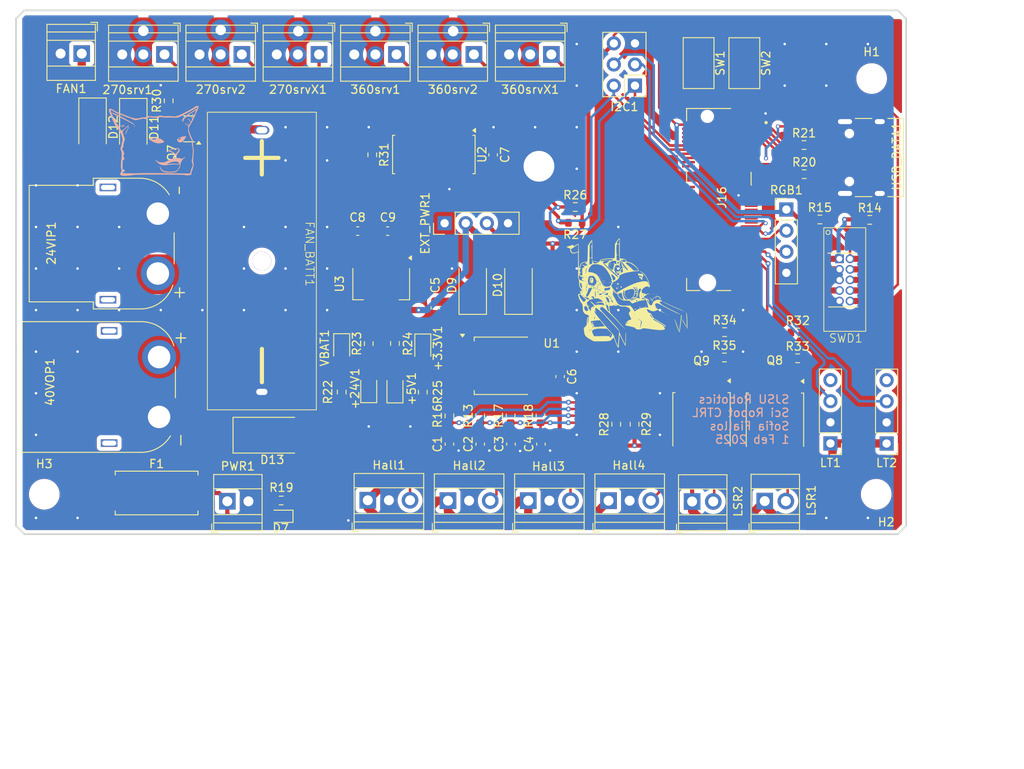
<source format=kicad_pcb>
(kicad_pcb (version 20240108) (generator "pcbnew") (generator_version "8.0")
  (layers (0 "F.Cu" signal) (31 "B.Cu" signal) (34 "B.Paste" user) (35 "F.Paste" user) (36 "B.SilkS" user "B.Silkscreen") (37 "F.SilkS" user "F.Silkscreen") (38 "B.Mask" user) (39 "F.Mask" user) (44 "Edge.Cuts" user))
  (net 0 "")
  (net 1 "GND")
  (net 2 "Net-(+3.3V1-A)")
  (net 3 "Net-(+5V1-A)")
  (net 4 "Net-(+24V1-A)")
  (net 5 "+24V")
  (net 6 "srv270")
  (net 7 "srv270_2")
  (net 8 "srv270_x")
  (net 9 "srv360")
  (net 10 "srv360_2")
  (net 11 "srv360_x")
  (net 12 "HE1DO")
  (net 13 "+5V")
  (net 14 "+3.3V")
  (net 15 "+3.3VLDO")
  (net 16 "Net-(D7-A)")
  (net 17 "Net-(D7-K)")
  (net 18 "+40V")
  (net 19 "V_FAN")
  (net 20 "Net-(D11-A)")
  (net 21 "I2C_SCL1")
  (net 22 "I2C_SCL")
  (net 23 "I2C_SDA1")
  (net 24 "I2C_SDA")
  (net 25 "TX2")
  (net 26 "RX1")
  (net 27 "TX1")
  (net 28 "RX2")
  (net 29 "EMTR5")
  (net 34 "USB_VIN")
  (net 35 "RST")
  (net 43 "USB_D-")
  (net 46 "EMTR6")
  (net 47 "EMTR4")
  (net 48 "LASR2")
  (net 54 "SWDCK")
  (net 58 "SWDIO")
  (net 60 "Boot")
  (net 61 "SDO")
  (net 62 "SCK")
  (net 66 "USB_D+")
  (net 69 "LASR1")
  (net 72 "V_BAT_SW")
  (net 73 "Net-(Q8-G)")
  (net 74 "Net-(Q9-G)")
  (net 75 "CC2")
  (net 76 "Net-(VBAT1-A)")
  (net 77 "Net-(U2-~{OE})")
  (net 94 "CC1")
  (net 97 "HE2DO")
  (net 98 "HE3DO")
  (net 99 "HE4DO")
  (net 100 "Net-(LSR1-Pin_2)")
  (net 101 "Net-(LSR2-Pin_2)")
  (net 102 "CLR2")
  (net 104 "CLR1")
  (footprint "Button_Switch_SMD:SW_SPST_CK_RS282G05A3" (layer "F.Cu") (at 137.15 50.3 -90)
    (property "Reference" "SW2")
    (property "Value" "SW_SPST")
  )
  (footprint "Diode_SMD:D_SMA" (layer "F.Cu") (at 104.5 77 90)
    (property "Reference" "D9")
    (property "Value" "D_Schottky")
  )
  (footprint "SJSU_common:TO-252AD" (layer "F.Cu") (at 108.008669 82.9)
    (property "Reference" "U1")
    (property "Value" "LF33ABDT-TR" (hide yes))
  )
  (footprint "Resistor_SMD:R_0603_1608Metric" (layer "F.Cu") (at 116.825 69.5 180)
    (property "Reference" "R27")
    (property "Value" "5.1k")
  )
  (footprint "Resistor_SMD:R_0603_1608Metric" (layer "F.Cu") (at 92.425 61.325 -90)
    (property "Reference" "R31")
    (property "Value" "10k")
  )
  (footprint "Resistor_SMD:R_0603_1608Metric" (layer "F.Cu") (at 123.95 93.725 -90)
    (property "Reference" "R29")
    (property "Value" "5.1k")
  )
  (footprint "Connector_AMASS:AMASS_XT60PW-F_1x02_P7.20mm_Horizontal" (layer "F.Cu") (at 66.65 68.4 90)
    (property "Reference" "24VIP1")
    (property "Value" "xT60F")
  )
  (footprint "Resistor_SMD:R_0603_1608Metric" (layer "F.Cu") (at 81.475 102.9 180)
    (property "Reference" "R19")
    (property "Value" "560")
  )
  (footprint "Capacitor_SMD:C_0603_1608Metric" (layer "F.Cu") (at 101.7 96.125 90)
    (property "Reference" "C1")
    (property "Value" "100nF")
  )
  (footprint "Resistor_SMD:R_0603_1608Metric" (layer "F.Cu") (at 143.555 85.8)
    (property "Reference" "R33")
    (property "Value" "100")
  )
  (footprint "LOGO" (layer "F.Cu") (at 122.909726 77.886072)
    (property "Reference" "G***" (hide yes))
    (property "Value" "LOGO" (hide yes))
  )
  (footprint "TerminalBlock:TerminalBlock_Xinya_XY308-2.54-3P_1x03_P2.54mm_Horizontal" (layer "F.Cu") (at 101.525 102.925)
    (property "Reference" "Hall2")
    (property "Value" "Hall")
  )
  (footprint "Resistor_SMD:R_0603_1608Metric" (layer "F.Cu") (at 67.95 54.825 90)
    (property "Reference" "R30")
    (property "Value" "10k")
  )
  (footprint "TerminalBlock:TerminalBlock_Xinya_XY308-2.54-3P_1x03_P2.54mm_Horizontal" (layer "F.Cu") (at 113.95 49.25 180)
    (property "Reference" "360srvX1")
    (property "Value" "extr1")
  )
  (footprint "Connector_PinHeader_2.54mm:PinHeader_2x03_P2.54mm_Vertical" (layer "F.Cu") (at 124 53 180)
    (property "Reference" "I2C1")
    (property "Value" "Conn_02x03_Odd_Even")
  )
  (footprint "Package_TO_SOT_SMD:SOT-223-3_TabPin2" (layer "F.Cu") (at 93.5 76.85 -90)
    (property "Reference" "U3")
    (property "Value" "AMS1117-5.0")
  )
  (footprint "Resistor_SMD:R_0603_1608Metric" (layer "F.Cu") (at 134.775 82.65)
    (property "Reference" "R34")
    (property "Value" "6.8k")
  )
  (footprint "Capacitor_SMD:C_0603_1608Metric" (layer "F.Cu") (at 112.7 96.125 90)
    (property "Reference" "C4")
    (property "Value" "100nF")
  )
  (footprint "Connector_PinHeader_2.54mm:PinHeader_1x04_P2.54mm_Vertical" (layer "F.Cu") (at 147.5 96.04 180)
    (property "Reference" "LT1")
    (property "Value" "Conn_01x04")
  )
  (footprint "Resistor_SMD:R_0603_1608Metric" (layer "F.Cu") (at 116.825 67.6)
    (property "Reference" "R26")
    (property "Value" "2.2k")
  )
  (footprint "Resistor_SMD:R_0603_1608Metric" (layer "F.Cu") (at 88.75 89.8625 -90)
    (property "Reference" "R22")
    (property "Value" "39k")
  )
  (footprint "Capacitor_SMD:C_0603_1608Metric" (layer "F.Cu") (at 90.675 70.5 180)
    (property "Reference" "C8")
    (property "Value" "10uF")
  )
  (footprint "MountingHole:MountingHole_2.2mm_M2" (layer "F.Cu") (at 53 102.15)
    (property "Reference" "H3")
    (property "Value" "MountingHole")
  )
  (footprint "Resistor_SMD:R_0603_1608Metric" (layer "F.Cu") (at 92 84.0325 90)
    (property "Reference" "R23")
    (property "Value" "10k")
  )
  (footprint "Resistor_SMD:R_0603_1608Metric" (layer "F.Cu") (at 121.75 93.725 -90)
    (property "Reference" "R28")
    (property "Value" "5.1k")
  )
  (footprint "Capacitor_SMD:C_0603_1608Metric" (layer "F.Cu") (at 109.1 96.125 90)
    (property "Reference" "C3")
    (property "Value" "100nF")
  )
  (footprint "TerminalBlock:TerminalBlock_Xinya_XY308-2.54-3P_1x03_P2.54mm_Horizontal" (layer "F.Cu") (at 76.745 49.25 180)
    (property "Reference" "270srv2")
    (property "Value" "270srv2")
  )
  (footprint "Diode_SMD:D_SMB_Handsoldering" (layer "F.Cu") (at 80.4 95.05)
    (property "Reference" "D13")
    (property "Value" "SMBJ45CA")
  )
  (footprint "Package_SO:TSSOP-28_4.4x9.7mm_P0.65mm" (layer "F.Cu") (at 99.825 61.2875 -90)
    (property "Reference" "U2")
    (property "Value" "PCA9685PW")
  )
  (footprint "Resistor_SMD:R_0603_1608Metric" (layer "F.Cu") (at 134.755 85.7)
    (property "Reference" "R35")
    (property "Value" "100")
  )
  (footprint "TerminalBlock:TerminalBlock_Xinya_XY308-2.54-3P_1x03_P2.54mm_Horizontal" (layer "F.Cu") (at 104.64 49.25 180)
    (property "Reference" "360srv2")
    (property "Value" "360srv2")
  )
  (footprint "LED_SMD:LED_0805_2012Metric" (layer "F.Cu") (at 88.75 84.525 -90)
    (property "Reference" "VBAT1")
    (property "Value" "LED_GRN")
  )
  (footprint "Connector_USB:USB_C_Receptacle_HRO_TYPE-C-31-M-12" (layer "F.Cu") (at 152.38 61.65 90)
    (property "Reference" "USB_DATA1")
    (property "Value" "USB_C_Receptacle_USB2.0_16P")
  )
  (footprint "LED_SMD:LED_0805_2012Metric" (layer "F.Cu") (at 98.5 84.5625 -90)
    (property "Reference" "+3.3V1")
    (property "Value" "LED_GRN")
  )
  (footprint "LED_SMD:LED_0805_2012Metric" (layer "F.Cu") (at 92 89.45 90)
    (property "Reference" "+24V1")
    (property "Value" "LED_GRN")
  )
  (footprint "TerminalBlock:TerminalBlock_Xinya_XY308-2.54-3P_1x03_P2.54mm_Horizontal" (layer "F.Cu") (at 86.03 49.25 180)
    (property "Reference" "270srvX1")
    (property "Value" "extr2")
  )
  (footprint "TerminalBlock:TerminalBlock_Xinya_XY308-2.54-2P_1x02_P2.54mm_Horizontal" (layer "F.Cu") (at 57.5 49.15 180)
    (property "Reference" "FAN1")
    (property "Value" "Screw_Terminal_01x02")
  )
  (footprint "Resistor_SMD:R_0603_1608Metric" (layer "F.Cu") (at 143.575 82.7)
    (property "Reference" "R32")
    (property "Value" "6.8k")
  )
  (footprint "Package_TO_SOT_SMD:TO-252-2" (layer "F.Cu") (at 140.83 93.29 -90)
    (property "Reference" "Q8")
    (property "Value" "Q_NMOS_GDS")
  )
  (footprint "Resistor_SMD:R_0603_1608Metric" (layer "F.Cu") (at 112.65 92.725 90)
    (property "Reference" "R18")
    (property "Value" "10k")
  )
  (footprint "Resistor_SMD:R_0603_1608Metric" (layer "F.Cu") (at 109.05 92.725 90)
    (property "Reference" "R17")
    (property "Value" "10k")
  )
  (footprint "Connector_PinHeader_2.54mm:PinHeader_1x04_P2.54mm_Vertical" (layer "F.Cu") (at 154.25 96.05 180)
    (property "Reference" "LT2")
    (property "Value" "Conn_01x04")
  )
  (footprint "Resistor_SMD:R_0603_1608Metric" (layer "F.Cu") (at 95.15 84.0175 90)
    (property "Reference" "R24")
    (property "Value" "2.2k")
  )
  (footprint "MountingHole:MountingHole_2.2mm_M2" (layer "F.Cu") (at 153 102.15)
    (property "Reference" "H2")
    (property "Value" "MountingHole")
  )
  (footprint "Button_Switch_SMD:SW_SPST_CK_RS282G05A3" (layer "F.Cu") (at 131.65 50.293354 -90)
    (property "Reference" "SW1")
    (property "Value" "SW_SPST")
  )
  (footprint "Connector_PinHeader_2.54mm:PinHeader_1x04_P2.54mm_Vertical" (layer "F.Cu") (at 142.2 67.9)
    (property "Reference" "RGB1")
    (property "Value" "Conn_01x04")
  )
  (footprint "Fuse:Fuseholder_Littelfuse_Nano2_154x" (layer "F.Cu") (at 66.5 102)
    (property "Reference" "F1")
    (property "Value" "Fuse_Small")
  )
  (footprint "TerminalBlock:TerminalBlock_Xinya_XY308-2.54-2P_1x02_P2.54mm_Horizontal" (layer "F.Cu") (at 130.875 103.025)
    (property "Reference" "LSR2")
    (property "Value" "Screw_Terminal_01x02")
  )
  (footprint "Resistor_SMD:R_0603_1608Metric" (layer "F.Cu") (at 98.5 89.8675 90)
    (property "Reference" "R25")
    (property "Value" "500")
  )
  (footprint "Resistor_SMD:R_0603_1608Metric" (layer "F.Cu") (at 152.225 69.15)
    (property "Reference" "R14")
    (property "Value" "100k")
  )
  (footprint "Resistor_SMD:R_0603_1608Metric" (layer "F.Cu") (at 144.325 60.15)
    (property "Reference" "R21")
    (property "Value" "5.1k")
  )
  (footprint "Capacitor_SMD:C_0603_1608Metric" (layer "F.Cu") (at 106.95 61.325 -90)
    (property "Reference" "C7")
    (property "Value" "100nF")
  )
  (footprint "TerminalBlock:TerminalBlock_Xinya_XY308-2.54-3P_1x03_P2.54mm_Horizontal" (layer "F.Cu") (at 120.825 102.925)
    (property "Reference" "Hall4")
    (property "Value" "Hall")
  )
  (footprint "Diode_SMD:D_SMA" (layer "F.Cu") (at 110 77 90)
    (property "Reference" "D10")
    (property "Value" "D_Schottky")
  )
  (footprint "TerminalBlock:TerminalBlock_Xinya_XY308-2.54-3P_1x03_P2.54mm_Horizontal" (layer "F.Cu") (at 95.34 49.25 180)
    (property "Reference" "360srv1")
    (property "Value" "360srv1")
  )
  (footprint "Package_TO_SOT_SMD:SOT-23" (layer "F.Cu") (at 70.4 58.2 180)
    (property "Reference" "Q7")
    (property "Value" "Q_NMOS_GDS")
  )
  (footprint "TerminalBlock:TerminalBlock_Xinya_XY308-2.54-3P_1x03_P2.54mm_Horizontal" (layer "F.Cu") (at 91.885 102.875)
    (property "Reference" "Hall1")
    (property "Value" "Hall")
  )
  (footprint "Package_TO_SOT_SMD:TO-252-2" (layer "F.Cu") (at 132 93.24 -90)
    (property "Reference" "Q9")
    (property "Value" "Q_NMOS_GDS")
  )
  (footprint "LED_SMD:LED_0805_2012Metric" (layer "F.Cu") (at 95.15 89.475 90)
    (property "Reference" "+5V1")
    (property "Value" "LED_GRN")
  )
  (footprint "Capacitor_SMD:C_0603_1608Metric" (layer "F.Cu") (at 115 88 -90)
    (property "Reference" "C6")
    (property "Value" "10uF")
  )
  (footprint "TerminalBlock:TerminalBlock_Xinya_XY308-2.54-2P_1x02_P2.54mm_Horizontal" (layer "F.Cu") (at 75 103)
    (property "Reference" "PWR1")
    (property "Value" "Screw_Terminal_01x02")
  )
  (footprint "Capacitor_SMD:C_0603_1608Metric" (layer "F.Cu") (at 94.275 70.5)
    (property "Reference" "C9")
    (property "Value" "10uF")
  )
  (footprint "TerminalBlock:TerminalBlock_Xinya_XY308-2.54-3P_1x03_P2.54mm_Horizontal" (layer "F.Cu") (at 67.45 49.25 180)
    (property "Reference" "270srv1")
    (property "Value" "270srv1")
  )
  (footprint "Capacitor_SMD:C_0603_1608Metric" (layer "F.Cu") (at 100 79.725 -90)
    (property "Reference" "C5")
    (property "Value" "10uF")
  )
  (footprint "Resistor_SMD:R_0603_1608Metric" (layer "F.Cu") (at 144.35 63.65)
    (property "Reference" "R20")
    (property "Value" "5.1k")
  )
  (footprint "Connector_AMASS:AMASS_XT60PW-M_1x02_P7.20mm_Horizontal" (layer "F.Cu") (at 66.8 92.85 90)
    (property "Reference" "40VOP1")
    (property "Value" "xT60M")
  )
  (footprint "SJSU_common:SWD_Conn" (layer "F.Cu") (at 148.59 67.71)
    (property "Reference" "SWD1")
    (property "Value" "Conn_02x05_Odd_Even")
  )
  (footprint "SJSU_common:BAT_HOLD" (layer "F.Cu") (at 84.4 73.25 -90)
    (property "Reference" "FAN_BATT1")
    (property "Value" "~")
  )
  (footprint "LED_SMD:LED_0603_1608Metric" (layer "F.Cu") (at 81.4125 104.8 180)
    (property "Reference" "D7")
    (property "Value" "LED_BLU")
  )
  (footprint "MountingHole:MountingHole_2.2mm_M2" (layer "F.Cu") (at 152.45 52.15)
    (property "Reference" "H1")
    (property "Value" "MountingHole")
  )
  (footprint "Diode_SMD:D_SMA" (layer "F.Cu") (at 58.8 58 -90)
    (property "Reference" "D12")
    (property "Value" "D_Schottky")
  )
  (footprint "Connector_PinHeader_2.54mm:PinHeader_1x04_P2.54mm_Vertical" (layer "F.Cu") (at 101.12 69.55 90)
    (property "Reference" "EXT_PWR1")
    (property "Value" "Conn_01x04")
  )
  (footprint "SJSU_common:micromod" (layer "F.Cu") (at 124.46 66.7 90)
    (property "Reference" "J16")
    (property "Value" "MicroMod" (hide yes))
  )
  (footprint "Resistor_SMD:R_0603_1608Metric" (layer "F.Cu") (at 146.225 69.1)
    (property "Reference" "R15")
    (property "Value" "100k")
  )
  (footprint "Diode_SMD:D_SMA" (layer "F.Cu") (at 63.7 58.05 -90)
    (property "Reference" "D11")
    (property "Value" "D_Schottky")
  )
  (footprint "TerminalBlock:TerminalBlock_Xinya_XY308-2.54-3P_1x03_P2.54mm_Horizontal" (layer "F.Cu") (at 111.175 102.925)
    (property "Reference" "Hall3")
    (property "Value" "Hall")
  )
  (footprint "Resistor_SMD:R_0603_1608Metric" (layer "F.Cu") (at 105.4 92.725 90)
    (property "Reference" "R13")
    (property "Value" "10k")
  )
  (footprint "Capacitor_SMD:C_0603_1608Metric" (layer "F.Cu") (at 105.4 96.125 90)
    (property "Reference" "C2")
    (property "Value" "100nF")
  )
  (footprint "Resistor_SMD:R_0603_1608Metric" (layer "F.Cu") (at 101.7 92.725 90)
    (property "Reference" "R16")
    (property "Value" "10k")
  )
  (footprint "TerminalBlock:TerminalBlock_Xinya_XY308-2.54-2P_1x02_P2.54mm_Horizontal" (layer "F.Cu") (at 139.6 102.975)
    (property "Reference" "LSR1")
    (property "Value" "Screw_Terminal_01x02")
  )
  (footprint "LOGO" (layer "B.Cu") (at 66.2 59.6 180)
    (property "Reference" "G***" (hide yes))
    (property "Value" "LOGO" (hide yes))
  )
  (gr_line (start 156.6 105.95) (end 156.6 44.95) (stroke (width 0.2)) (layer "Edge.Cuts"))
  (gr_line (start 49.6 105.95) (end 49.6 44.95) (stroke (width 0.2)) (layer "Edge.Cuts"))
  (gr_line (start 50.6 43.95) (end 49.6 44.95) (stroke (width 0.2)) (layer "Edge.Cuts"))
  (gr_line (start 50.6 106.95) (end 49.6 105.95) (stroke (width 0.2)) (layer "Edge.Cuts"))
  (gr_line (start 156.6 44.95) (end 155.6 43.95) (stroke (width 0.2)) (layer "Edge.Cuts"))
  (gr_line (start 156.6 105.95) (end 155.6 106.95) (stroke (width 0.2)) (layer "Edge.Cuts"))
  (gr_line (start 155.6 106.95) (end 50.6 106.95) (stroke (width 0.2)) (layer "Edge.Cuts"))
  (gr_line (start 155.6 43.95) (end 50.6 43.95) (stroke (width 0.2)) (layer "Edge.Cuts"))
  (gr_text "SJSU Robotics\nSci Robot CTRL\nSofia Fiallos\n1 Feb 2025" (at 142.65 96.15 0) (layer "B.SilkS") (effects (font (size 1 1)) (justify left bottom mirror)))
  (segment (start 139.55 68.25) (end 139.55 67.2) (width 0.3) (layer "F.Cu") (net 1))
  (segment (start 88.75 81.75) (end 87 80) (width 0.3) (layer "F.Cu") (net 1))
  (segment (start 92 58) (end 92.75 57.25) (width 0.4) (layer "F.Cu") (net 1))
  (segment (start 112.7 96.9) (end 113.8 96.9) (width 0.2) (layer "F.Cu") (net 1))
  (segment (start 101.7 96.9) (end 102.8 96.9) (width 0.2) (layer "F.Cu") (net 1))
  (segment (start 143.042894 62.9) (end 142.5 62.357106) (width 0.3) (layer "F.Cu") (net 1))
  (segment (start 107.25 58.25) (end 107.25 60.25) (width 0.3) (layer "F.Cu") (net 1))
  (segment (start 137.985 57.45) (end 139.721319 57.45) (width 0.3) (layer "F.Cu") (net 1))
  (segment (start 137 57.45) (end 136.6 57.85) (width 0.3) (layer "F.Cu") (net 1))
  (segment (start 82.3 102.9) (end 84.7 102.9) (width 0.3) (layer "F.Cu") (net 1))
  (segment (start 95.15 57.25) (end 95.6 57.7) (width 0.4) (layer "F.Cu") (net 1))
  (segment (start 139.1 58.95) (end 137.985 58.95) (width 0.3) (layer "F.Cu") (net 1))
  (segment (start 101.45 64.15) (end 101.45 65.2) (width 0.4) (layer "F.Cu") (net 1))
  (segment (start 143.525 63.65) (end 144.35 64.475) (width 0.3) (layer "F.Cu") (net 1))
  (segment (start 138.225 76.275) (end 137.45 77.05) (width 0.3) (layer "F.Cu") (net 1))
  (segment (start 142.37 76.37) (end 142 76) (width 0.2) (layer "F.Cu") (net 1))
  (segment (start 110.31 60.55) (end 112.46 62.7) (width 0.2) (layer "F.Cu") (net 1))
  (segment (start 87.5 70.5) (end 87 70) (width 0.3) (layer "F.Cu") (net 1))
  (segment (start 95.8 71.25) (end 95.8 73.7) (width 0.3) (layer "F.Cu") (net 1))
  (segment (start 131.65 46.393354) (end 131.256646 46) (width 0.3) (layer "F.Cu") (net 1))
  (segment (start 67 53.45) (end 67 52.955) (width 0.3) (layer "F.Cu") (net 1))
  (segment (start 136.6 58.55) (end 137 58.95) (width 0.3) (layer "F.Cu") (net 1))
  (segment (start 143.05 62.9) (end 143.042894 62.9) (width 0.3) (layer "F.Cu") (net 1))
  (segment (start 109.248669 86.7) (end 114.475 86.7) (width 0.3) (layer "F.Cu") (net 1))
  (segment (start 146.6 78.91) (end 144.84 78.91) (width 0.3) (layer "F.Cu") (net 1))
  (segment (start 97 93.4) (end 97 94) (width 0.3) (layer "F.Cu") (net 1))
  (segment (start 137 80) (end 137 81.25) (width 0.3) (layer "F.Cu") (net 1))
  (segment (start 137.985 57.45) (end 137 57.45) (width 0.3) (layer "F.Cu") (net 1))
  (segment (start 136.8 66.95) (end 137.985 66.95) (width 0.3) (layer "F.Cu") (net 1))
  (segment (start 92 58) (end 91.65 58.35) (width 0.3) (layer "F.Cu") (net 1))
  (segment (start 101.45 58.425) (end 104.05 58.425) (width 0.3) (layer "F.Cu") (net 1))
  (segment (start 117 85) (end 116.95 85) (width 0.3) (layer "F.Cu") (net 1))
  (segment (start 138.225 75.95) (end 138.225 76.275) (width 0.3) (layer "F.Cu") (net 1))
  (segment (start 138.25 76.6) (end 138.25 76.925) (width 0.3) (layer "F.Cu") (net 1))
  (segment (start 104.675 57.8) (end 106.8 57.8) (width 0.3) (layer "F.Cu") (net 1))
  (segment (start 67.55 54) (end 67 53.45) (width 0.3) (layer "F.Cu") (net 1))
  (segment (start 136.45 66.6) (end 136.8 66.95) (width 0.3) (layer "F.Cu") (net 1))
  (segment (start 67 91.4) (end 67 91) (width 0.2) (layer "F.Cu") (net 1))
  (segment (start 145.4 69.1) (end 145.4 66.725) (width 0.3) (layer "F.Cu") (net 1))
  (segment (start 137.985 65.45) (end 136.8 65.45) (width 0.3) (layer "F.Cu") (net 1))
  (segment (start 87.1 105.3) (end 89.55 105.3) (width 0.3) (layer "F.Cu") (net 1))
  (segment (start 92.75 57.25) (end 95.15 57.25) (width 0.4) (layer "F.Cu") (net 1))
  (segment (start 131.65 46.393354) (end 137.143354 46.393354) (width 0.3) (layer "F.Cu") (net 1))
  (segment (start 147.17 65.97) (end 149.275 65.97) (width 0.3) (layer "F.Cu") (net 1))
  (segment (start 137.07758 68.45) (end 137.985 68.45) (width 0.3) (layer "F.Cu") (net 1))
  (segment (start 105.4 96.9) (end 106.5 96.9) (width 0.2) (layer "F.Cu") (net 1))
  (segment (start 129.72 86.28) (end 129.72 88.2) (width 0.3) (layer "F.Cu") (net 1))
  (segment (start 104.05 58.425) (end 104.675 57.8) (width 0.3) (layer "F.Cu") (net 1))
  (segment (start 137.15 46.4) (end 140.4 46.4) (width 0.3) (layer "F.Cu") (net 1))
  (segment (start 144.4 79.35) (end 144.4 82.7) (width 0.3) (layer "F.Cu") (net 1))
  (segment (start 146.7 75.1) (end 142.62 75.1) (width 0.3) (layer "F.Cu") (net 1))
  (segment (start 95.8 76.3) (end 95.8 73.7) (width 0.3) (layer "F.Cu") (net 1))
  (segment (start 144.875 66.2) (end 142.85 66.2) (width 0.3) (layer "F.Cu") (net 1))
  (segment (start 114.475 86.7) (end 115 87.225) (width 0.3) (layer "F.Cu") (net 1))
  (segment (start 131 85) (end 129.72 86.28) (width 0.3) (layer "F.Cu") (net 1))
  (segment (start 137.985 57.125) (end 137.21 56.35) (width 0.3) (layer "F.Cu") (net 1))
  (segment (start 95.8 73.7) (end 97.1 75) (width 0.3) (layer "F.Cu") (net 1))
  (segment (start 88.75 83.5875) (end 88.75 81.75) (width 0.3) (layer "F.Cu") (net 1))
  (segment (start 106.95 60.55) (end 110.31 60.55) (width 0.2) (layer "F.Cu") (net 1))
  (segment (start 77.75 91.24) (end 79.15 89.84) (width 1) (layer "F.Cu") (net 1))
  (segment (start 139.3 66.95) (end 138.225 66.95) (width 0.3) (layer "F.Cu") (net 1))
  (segment (start 137.985 57.45) (end 137.985 57.125) (width 0.3) (layer "F.Cu") (net 1))
  (segment (start 131.34242 75.7) (end 133.45 73.59242) (width 0.3) (layer "F.Cu") (net 1))
  (segment (start 101.45 64.15) (end 102.1 64.15) (width 0.3) (layer "F.Cu") (net 1))
  (segment (start 67.95 54) (end 67.55 54) (width 0.3) (layer "F.Cu") (net 1))
  (segment (start 110.15 96.9) (end 110.2 96.95) (width 0.2) (layer "F.Cu") (net 1))
  (segment (start 91.65 59.725) (end 92.425 60.5) (width 0.3) (layer "F.Cu") (net 1))
  (segment (start 142.85 66.2) (end 142.1 65.45) (width 0.3) (layer "F.Cu") (net 1))
  (segment (start 132 85) (end 131 85) (width 0.3) (layer "F.Cu") (net 1))
  (segment (start 100 80.5) (end 95.8 76.3) (width 0.3) (layer "F.Cu") (net 1))
  (segment (start 137 85) (end 138.55 86.55) (width 0.3) (layer "F.Cu") (net 1))
  (segment (start 148.7 64.85) (end 148.7 65.395) (width 0.3) (layer "F.Cu") (net 1))
  (segment (start 136.45 65.8) (end 136.45 66.2) (width 0.3) (layer "F.Cu") (net 1))
  (segment (start 146.6 75.1) (end 146.5 75) (width 0.2) (layer "F.Cu") (net 1))
  (segment (start 97.1 75) (end 102 75) (width 0.3) (layer "F.Cu") (net 1))
  (segment (start 142.421319 60.15) (end 143.55 60.15) (width 0.3) (layer "F.Cu") (net 1))
  (segment (start 137 77.26) (end 137 80) (width 0.3) (layer "F.Cu") (net 1))
  (segment (start 138.225 68.45) (end 139.35 68.45) (width 0.3) (layer "F.Cu") (net 1))
  (segment (start 95.15 90.4125) (end 95.15 91.55) (width 0.3) (layer "F.Cu") (net 1))
  (segment (start 144.84 78.91) (end 144.4 79.35) (width 0.3) (layer "F.Cu") (net 1))
  (segment (start 145.675 64.475) (end 147.17 65.97) (width 0.3) (layer "F.Cu") (net 1))
  (segment (start 136.6 57.85) (end 136.6 58.55) (width 0.3) (layer "F.Cu") (net 1))
  (segment (start 91.65 58.35) (end 91.65 59.725) (width 0.3) (layer "F.Cu") (net 1))
  (segment (start 133.45 72.07758) (end 137.07758 68.45) (width 0.3) (layer "F.Cu") (net 1))
  (segment (start 143.55 63.4) (end 143.05 62.9) (width 0.3) (layer "F.Cu") (net 1))
  (segment (start 77.7 95.05) (end 77.7 102.84) (width 1) (layer "F.Cu") (net 1))
  (segment (start 136.8 65.45) (end 136.45 65.8) (width 0.3) (layer "F.Cu") (net 1))
  (segment (start 138.55 86.55) (end 138.55 88.25) (width 0.3) (layer "F.Cu") (net 1))
  (segment (start 143.55 63.65) (end 143.55 63.4) (width 0.3) (layer "F.Cu") (net 1))
  (segment (start 77.7 102.84) (end 77.54 103) (width 1) (layer "F.Cu") (net 1))
  (segment (start 125.8 66.2) (end 122 70) (width 0.3) (layer "F.Cu") (net 1))
  (segment (start 139.721319 57.45) (end 142.421319 60.15) (width 0.3) (layer "F.Cu") (net 1))
  (segment (start 95.05 70.5) (end 95.8 71.25) (width 0.3) (layer "F.Cu") (net 1))
  (segment (start 95.6 57.7) (end 95.6 58.425) (width 0.4) (layer "F.Cu") (net 1))
  (segment (start 140.4 46.4) (end 142 48) (width 0.3) (layer "F.Cu") (net 1))
  (segment (start 136.45 66.2) (end 136.45 66.6) (width 0.3) (layer "F.Cu") (net 1))
  (segment (start 142.1 65.45) (end 137.985 65.45) (width 0.3) (layer "F.Cu") (net 1))
  (segment (start 139.55 67.2) (end 139.3 66.95) (width 0.3) (layer "F.Cu") (net 1))
  (segment (start 106.8 57.8) (end 107.25 58.25) (width 0.3) (layer "F.Cu") (net 1))
  (segment (start 139.7 56.35) (end 137.21 56.35) (width 0.3) (layer "F.Cu") (net 1))
  (segment (start 144.35 64.475) (end 145.675 64.475) (width 0.3) (layer "F.Cu") (net 1))
  (segment (start 143.05 76.37) (end 142.2 75.52) (width 0.3) (layer "F.Cu") (net 1))
  (segment (start 148.7 58.45) (end 148.7 57.905) (width 0.3) (layer "F.Cu") (net 1))
  (segment (start 92 90.3875) (end 92 94) (width 0.3) (layer "F.Cu") (net 1))
  (segment (start 84.7 102.9) (end 87.1 105.3) (width 0.3) (layer "F.Cu") (net 1))
  (segment (start 137 58.95) (end 137.985 58.95) (width 0.3) (layer "F.Cu") (net 1))
  (segment (start 142.62 75.1) (end 142.2 75.52) (width 0.3) (layer "F.Cu") (net 1))
  (segment (start 95.15 91.55) (end 97 93.4) (width 0.3) (layer "F.Cu") (net 1))
  (segment (start 137.21 77.05) (end 137 77.26) (width 0.3) (layer "F.Cu") (net 1))
  (segment (start 130.435 66.2) (end 125.8 66.2) (width 0.3) (layer "F.Cu") (net 1))
  (segment (start 146.7 76.37) (end 143.05 76.37) (width 0.3) (layer "F.Cu") (net 1))
  (segment (start 77.7 95.05) (end 77.75 95) (width 1) (layer "F.Cu") (net 1))
  (segment (start 137 81.25) (end 135.6 82.65) (width 0.3) (layer "F.Cu") (net 1))
  (segment (start 101.45 65.2) (end 101.7 65.45) (width 0.4) (layer "F.Cu") (net 1))
  (segment (start 137.143354 46.393354) (end 137.15 46.4) (width 0.3) (layer "F.Cu") (net 1))
  (segment (start 107.25 60.25) (end 106.95 60.55) (width 0.3) (layer "F.Cu") (net 1))
  (segment (start 139.35 68.45) (end 139.55 68.25) (width 0.3) (layer "F.Cu") (net 1))
  (segment (start 89.9 70.5) (end 87.5 70.5) (width 0.3) (layer "F.Cu") (net 1))
  (segment (start 109.1 96.9) (end 110.15 96.9) (width 0.2) (layer "F.Cu") (net 1))
  (segment (start 77.75 95) (end 77.75 91.24) (width 1) (layer "F.Cu") (net 1))
  (segment (start 142.5 62.35) (end 139.1 58.95) (width 0.3) (layer "F.Cu") (net 1))
  (segment (start 142.5 62.357106) (end 142.5 62.35) (width 0.3) (layer "F.Cu") (net 1))
  (segment (start 148.7 57.905) (end 149.275 57.33) (width 0.3) (layer "F.Cu") (net 1))
  (segment (start 133.45 73.59242) (end 133.45 72.07758) (width 0.3) (layer "F.Cu") (net 1))
  (segment (start 148.7 65.395) (end 149.275 65.97) (width 0.3) (layer "F.Cu") (net 1))
  (segment (start 145.4 66.725) (end 144.875 66.2) (width 0.3) (layer "F.Cu") (net 1))
  (segment (start 130.435 75.7) (end 131.34242 75.7) (width 0.3) (layer "F.Cu") (net 1))
  (via (at 52 75) (size 0.5) (drill 0.3) (layers "F.Cu" "B.Cu") (net 1))
  (via (at 87 70) (size 0.5) (drill 0.3) (layers "F.Cu" "B.Cu") (net 1))
  (via (at 52 105) (size 0.5) (drill 0.3) (layers "F.Cu" "B.Cu") (net 1))
  (via (at 132 85) (size 0.5) (drill 0.3) (layers "F.Cu" "B.Cu") (net 1))
  (via (at 106.5 96.9) (size 0.5) (drill 0.3) (layers "F.Cu" "B.Cu") (net 1))
  (via (at 122 80) (size 0.5) (drill 0.3) (layers "F.Cu" "B.Cu") (net 1))
  (via (at 147 48) (size 0.5) (drill 0.3) (layers "F.Cu" "B.Cu") (net 1))
  (via (at 122 85) (size 0.5) (drill 0.3) (layers "F.Cu" "B.Cu") (net 1))
  (via (at 82 75) (size 0.5) (drill 0.3) (layers "F.Cu" "B.Cu") (net 1))
  (via (at 139.7 56.35) (size 0.5) (drill 0.3) (layers "F.Cu" "B.Cu") (net 1))
  (via (at 127 80) (size 0.5) (drill 0.3) (layers "F.Cu" "B.Cu") (net 1))
  (via (at 117 80) (size 0.5) (drill 0.3) (layers "F.Cu" "B.Cu") (net 1))
  (via (at 102.8 96.9) (size 0.5) (drill 0.3) (layers "F.Cu" "B.Cu") (net 1))
  (via (at 92 58) (size 0.5) (drill 0.3) (layers "F.Cu" "B.Cu") (net 1))
  (via (at 142 48) (size 0.5) (drill 0.3) (layers "F.Cu" "B.Cu") (net 1))
  (via (at 57 80) (size 0.5) (drill 0.3) (layers "F.Cu" "B.Cu") (net 1))
  (via (at 72 80) (size 0.5) (drill 0.3) (layers "F.Cu" "B.Cu") (net 1))
  (via (at 152 105) (size 0.5) (drill 0.3) (layers "F.Cu" "B.Cu") (net 1))
  (via (at 67 80) (size 0.5) (drill 0.3) (layers "F.Cu" "B.Cu") (net 1))
  (via (at 92 94) (size 0.5) (drill 0.3) (layers "F.Cu" "B.Cu") (net 1))
  (via (at 117 53) (size 0.5) (drill 0.3) (layers "F.Cu" "B.Cu") (net 1))
  (via (at 147 53) (size 0.5) (drill 0.3) (layers "F.Cu" "B.Cu") (net 1))
  (via (at 117 95) (size 0.5) (drill 0.3) (layers "F.Cu" "B.Cu") (net 1))
  (via (at 101.7 65.45) (size 0.6) (drill 0.3) (layers "F.Cu" "B.Cu") (net 1))
  (via (at 117 58) (size 0.5) (drill 0.3) (layers "F.Cu" "B.Cu") (net 1))
  (via (at 127 90) (size 0.5) (drill 0.3) (layers "F.Cu" "B.Cu") (net 1))
  (via (at 62 80) (size 0.5) (drill 0.3) (layers "F.Cu" "B.Cu") (net 1))
  (via (at 102 75) (size 0.5) (drill 0.3) (layers "F.Cu" "B.Cu") (net 1))
  (via (at 52 65) (size 0.5) (drill 0.3) (layers "F.Cu" "B.Cu") (net 1))
  (via (at 127 95) (size 0.5) (drill 0.3) (layers "F.Cu" "B.Cu") (net 1))
  (via (at 137 85) (size 0.5) (drill 0.3) (layers "F.Cu" "B.Cu") (net 1))
  (via (at 117 85) (size 0.5) (drill 0.3) (layers "F.Cu" "B.Cu") (net 1))
  (via (at 142 53) (size 0.5) (drill 0.3) (layers "F.Cu" "B.Cu") (net 1))
  (via (at 122 75) (size 0.5) (drill 0.3) (layers "F.Cu" "B.Cu") (net 1))
  (via (at 77 75) (size 0.5) (drill 0.3) (layers "F.Cu" "B.Cu") (net 1))
  (via (at 62 70) (size 0.5) (drill 0.3) (layers "F.Cu" "B.Cu") (net 1))
  (via (at 87 75) (size 0.5) (drill 0.3) (layers "F.Cu" "B.Cu") (net 1))
  (via (at 67 52.955) (size 0.5) (drill 0.3) (layers "F.Cu" "B.Cu") (net 1))
  (via (at 77 80) (size 0.5) (drill 0.3) (layers "F.Cu" "B.Cu") (net 1))
  (via (at 113.8 96.9) (size 0.5) (drill 0.3) (layers "F.Cu" "B.Cu") (net 1))
  (via (at 117 63) (size 0.5) (drill 0.3) (layers "F.Cu" "B.Cu") (net 1))
  (via (at 82 80) (size 0.5) (drill 0.3) (layers "F.Cu" "B.Cu") (net 1))
  (via (at 107 58) (size 0.5) (drill 0.3) (layers "F.Cu" "B.Cu") (net 1))
  (via (at 89.55 105.3) (size 0.5) (drill 0.3) (layers "F.Cu" "B.Cu") (net 1))
  (via (at 52 85) (size 0.5) (drill 0.3) (layers "F.Cu" "B.Cu") (net 1))
  (via (at 57 65) (size 0.5) (drill 0.3) (layers "F.Cu" "B.Cu") (net 1))
  (via (at 57 105) (size 0.5) (drill 0.3) (layers "F.Cu" "B.Cu") (net 1))
  (via (at 57 75) (size 0.5) (drill 0.3) (layers "F.Cu" "B.Cu") (net 1))
  (via (at 87 80) (size 0.5) (drill 0.3) (layers "F.Cu" "B.Cu") (net 1))
  (via (at 137 80) (size 0.5) (drill 0.3) (layers "F.Cu" "B.Cu") (net 1))
  (via (at 62 75) (size 0.5) (drill 0.3) (layers "F.Cu" "B.Cu") (net 1))
  (via (at 87 62) (size 0.5) (drill 0.3) (layers "F.Cu" "B.Cu") (net 1))
  (via (at 147 105) (size 0.5) (drill 0.3) (layers "F.Cu" "B.Cu") (net 1))
  (via (at 82 62) (size 0.5) (drill 0.3) (layers "F.Cu" "B.Cu") (net 1))
  (via (at 57 85) (size 0.5) (drill 0.3) (layers "F.Cu" "B.Cu") (net 1))
  (via (at 112 58) (size 0.5) (drill 0.3) (layers "F.Cu" "B.Cu") (net 1))
  (via (at 77 70) (size 0.5) (drill 0.3) (layers "F.Cu" "B.Cu") (net 1))
  (via (at 57 70) (size 0.5) (drill 0.3) (layers "F.Cu" "B.Cu") (net 1))
  (via (at 82 58) (size 0.5) (drill 0.3) (layers "F.Cu" "B.Cu") (net 1))
  (via (at 52 90) (size 0.5) (drill 0.3) (layers "F.Cu" "B.Cu") (net 1))
  (via (at 52 80) (size 0.5) (drill 0.3) (layers "F.Cu" "B.Cu") (net 1))
  (via (at 152 48) (size 0.5) (drill 0.3) (layers "F.Cu" "B.Cu") (net 1))
  (via (at 117 90) (size 0.5) (drill 0.3) (layers "F.Cu" "B.Cu") (net 1))
  (via (at 122 70) (size 0.5) (drill 0.3) (layers "F.Cu" "B.Cu") (net 1))
  (via (at 117 48) (size 0.5) (drill 0.3) (layers "F.Cu" "B.Cu") (net 1))
  (via (at 97 94) (size 0.5) (drill 0.3) (layers "F.Cu" "B.Cu") (net 1))
  (via (at 136.45 66.2) (size 0.6) (drill 0.3) (layers "F.Cu" "B.Cu") (net 1))
  (via (at 117 75) (size 0.5) (drill 0.3) (layers "F.Cu" "B.Cu") (net 1))
  (via (at 87 58) (size 0.5) (drill 0.3) (layers "F.Cu" "B.Cu") (net 1))
  (via (at 52 95) (size 0.5) (drill 0.3) (layers "F.Cu" "B.Cu") (net 1))
  (via (at 110.2 96.95) (size 0.5) (drill 0.3) (layers "F.Cu" "B.Cu") (net 1))
  (via (at 52 70) (size 0.5) (drill 0.3) (layers "F.Cu" "B.Cu") (net 1))
  (via (at 82 70) (size 0.5) (drill 0.3) (layers "F.Cu" "B.Cu") (net 1))
  (segment (start 97.6925 90.6925) (end 98.5 90.6925) (width 0.3) (layer "F.Cu") (net 2))
  (segment (start 97.15 90.15) (end 97.6925 90.6925) (width 0.3) (layer "F.Cu") (net 2))
  (segment (start 98.5 85.5) (end 98.05 85.5) (width 0.3) (layer "F.Cu") (net 2))
  (segment (start 97.15 86.4) (end 97.15 90.15) (width 0.3) (layer "F.Cu") (net 2))
  (segment (start 98.05 85.5) (end 97.15 86.4) (width 0.3) (layer "F.Cu") (net 2))
  (segment (start 95.15 84.8425) (end 95.15 88.5375) (width 0.3) (layer "F.Cu") (net 3))
  (segment (start 92 84.8575) (end 92 88.5125) (width 0.3) (layer "F.Cu") (net 4))
  (segment (start 91.45 69.8) (end 89.65 68) (width 1) (layer "F.Cu") (net 5))
  (segment (start 69.35 62.6) (end 60.7 62.6) (width 1) (layer "F.Cu") (net 5))
  (segment (start 64.91 46.41) (end 64.91 49.25) (width 2) (layer "F.Cu") (net 5))
  (segment (start 60.7 62.6) (end 58.8 60.7) (width 1) (layer "F.Cu") (net 5))
  (segment (start 92.75 46.3) (end 92.8 46.35) (width 2) (layer "F.Cu") (net 5))
  (segment (start 73.95 46.05) (end 65.27 46.05) (width 2) (layer "F.Cu") (net 5))
  (segment (start 69.575 75.6) (end 73.6 71.575) (width 1) (layer "F.Cu") (net 5))
  (segment (start 73.6 71.575) (end 73.6 68) (width 1) (layer "F.Cu") (net 5))
  (segment (start 51.8 51.7) (end 51.8 48.55) (width 2) (layer "F.Cu") (net 5))
  (segment (start 71.3375 59.15) (end 71.3375 60.6125) (width 1) (layer "F.Cu") (net 5))
  (segment (start 83.5 46.3) (end 83.49 46.31) (width 2) (layer "F.Cu") (net 5))
  (segment (start 73.6 68) (end 73.6 60.075) (width 1) (layer "F.Cu") (net 5))
  (segment (start 64.91 52.61) (end 64.91 49.25) (width 0.3) (layer "F.Cu") (net 5))
  (segment (start 92.8 46.45) (end 92.55 46.2) (width 2) (layer "F.Cu") (net 5))
  (segment (start 93.1 46.15) (end 101.85 46.15) (width 2) (layer "F.Cu") (net 5))
  (segment (start 92.55 46.2) (end 83.8 46.2) (width 2) (layer "F.Cu") (net 5))
  (segment (start 74.46 46.05) (end 83.15 46.05) (width 2) (layer "F.Cu") (net 5))
  (segment (start 92.85 46.4) (end 93.1 46.15) (width 2) (layer "F.Cu") (net 5))
  (segment (start 54.2 46.15) (end 64.65 46.15) (width 2) (layer "F.Cu") (net 5))
  (segment (start 55.275 55.175) (end 51.8 51.7) (width 2) (layer "F.Cu") (net 5))
  (segment (start 66.65 75.6) (end 69.575 75.6) (width 1) (layer "F.Cu") (net 5))
  (segment (start 102.35 46.25) (end 109.7 46.25) (width 2) (layer "F.Cu") (net 5))
  (segment (start 58.8 60) (end 57.5 60) (width 2) (layer "F.Cu") (net 5))
  (segment (start 89.5 75.4) (end 89.5 80.7075) (width 1) (layer "F.Cu") (net 5))
  (segment (start 83.49 46.31) (end 83.49 49.25) (width 2) (layer "F.Cu") (net 5))
  (segment (start 101 71.5) (end 104.5 75) (width 1) (layer "F.Cu") (net 5))
  (segment (start 65.27 46.05) (end 64.91 46.41) (width 2) (layer "F.Cu") (net 5))
  (segment (start 83.15 46.05) (end 83.55 46.45) (width 2) (layer "F.Cu") (net 5))
  (segment (start 71.3375 60.6125) (end 69.35 62.6) (width 1) (layer "F.Cu") (net 5))
  (segment (start 83.8 46.2) (end 83.55 46.45) (width 2) (layer "F.Cu") (net 5))
  (segment (start 92.8 46.35) (end 92.8 49.25) (width 2) (layer "F.Cu") (net 5))
  (segment (start 111.41 47.96) (end 111.41 49.25) (width 2) (layer "F.Cu") (net 5))
  (segment (start 74.205 46.305) (end 74.205 49.25) (width 2) (layer "F.Cu") (net 5))
  (segment (start 89.65 68) (end 73.6 68) (width 1) (layer "F.Cu") (net 5))
  (segment (start 91.2 73.7) (end 89.5 75.4) (width 1) (layer "F.Cu") (net 5))
  (segment (start 101 69.67) (end 101 71.5) (width 1) (layer "F.Cu") (net 5))
  (segment (start 73.6 60.075) (end 72.675 59.15) (width 1) (layer "F.Cu") (net 5))
  (segment (start 89.5 80.7075) (end 92 83.2075) (width 1) (layer "F.Cu") (net 5))
  (segment (start 91.45 73.45) (end 91.2 73.7) (width 1) (layer "F.Cu") (net 5))
  (segment (start 102.15 46.45) (end 102.35 46.25) (width 2) (layer "F.Cu") (net 5))
  (segment (start 91.45 70.5) (end 91.45 69.8) (width 1) (layer "F.Cu") (net 5))
  (segment (start 102.1 46.3) (end 102.1 49.25) (width 2) (layer "F.Cu") (net 5))
  (segment (start 74.205 46.305) (end 73.95 46.05) (width 2) (layer "F.Cu") (net 5))
  (segment (start 55.275 57.775) (end 55.275 55.175) (width 2) (layer "F.Cu") (net 5))
  (segment (start 51.8 48.55) (end 54.2 46.15) (width 2) (layer "F.Cu") (net 5))
  (segment (start 64.65 46.15) (end 64.91 46.41) (width 2) (layer "F.Cu") (net 5))
  (segment (start 67.95 55.65) (end 64.91 52.61) (width 0.3) (layer "F.Cu") (net 5))
  (segment (start 72.675 59.15) (end 71.3375 59.15) (width 1) (layer "F.Cu") (net 5))
  (segment (start 58.8 60.7) (end 58.8 60) (width 1) (layer "F.Cu") (net 5))
  (segment (start 101.85 46.15) (end 102.15 46.45) (width 2) (layer "F.Cu") (net 5))
  (segment (start 91.45 70.5) (end 91.45 73.45) (width 1) (layer "F.Cu") (net 5))
  (segment (start 57.5 60) (end 55.275 57.775) (width 2) (layer "F.Cu") (net 5))
  (segment (start 109.7 46.25) (end 111.41 47.96) (width 2) (layer "F.Cu") (net 5))
  (segment (start 74.205 46.305) (end 74.46 46.05) (width 2) (layer "F.Cu") (net 5))
  (via (at 74.205 46.305) (size 2.5) (drill 1.25) (layers "F.Cu" "B.Cu") (net 5))
  (via (at 83.55 46.45) (size 2.5) (drill 1.25) (layers "F.Cu" "B.Cu") (net 5))
  (via (at 92.8 46.45) (size 2.5) (drill 1.25) (layers "F.Cu" "B.Cu") (net 5))
  (via (at 64.91 46.41) (size 2.5) (drill 1.25) (layers "F.Cu" "B.Cu") (net 5))
  (via (at 102.15 46.45) (size 2.5) (drill 1.25) (layers "F.Cu" "B.Cu") (net 5))
  (segment (start 95.954416 55.9) (end 74.1 55.9) (width 0.4) (layer "F.Cu") (net 6))
  (segment (start 74.1 55.9) (end 67.45 49.25) (width 0.4) (layer "F.Cu") (net 6))
  (segment (start 97.55 57.495584) (end 95.954416 55.9) (width 0.4) (layer "F.Cu") (net 6))
  (segment (start 97.55 58.425) (end 97.55 57.495584) (width 0.4) (layer "F.Cu") (net 6))
  (segment (start 82.795 55.3) (end 76.745 49.25) (width 0.4) (layer "F.Cu") (net 7))
  (segment (start 98.2 57.297056) (end 96.202944 55.3) (width 0.4) (layer "F.Cu") (net 7))
  (segment (start 98.2 58.425) (end 98.2 57.297056) (width 0.4) (layer "F.Cu") (net 7))
  (segment (start 96.202944 55.3) (end 82.795 55.3) (width 0.4) (layer "F.Cu") (net 7))
  (segment (start 98.85 57.098528) (end 96.451472 54.7) (width 0.4) (layer "F.Cu") (net 8))
  (segment (start 89.9 54.7) (end 86.03 50.83) (width 0.4) (layer "F.Cu") (net 8))
  (segment (start 98.85 58.425) (end 98.85 57.098528) (width 0.4) (layer "F.Cu") (net 8))
  (segment (start 96.451472 54.7) (end 89.9 54.7) (width 0.4) (layer "F.Cu") (net 8))
  (segment (start 86.03 50.83) (end 86.03 49.25) (width 0.4) (layer "F.Cu") (net 8))
  (segment (start 96.8 54.2) (end 99.5 56.9) (width 0.4) (layer "F.Cu") (net 9))
  (segment (start 99.5 56.9) (end 99.5 58.425) (width 0.4) (layer "F.Cu") (net 9))
  (segment (start 95.34 49.25) (end 96.8 50.71) (width 0.4) (layer "F.Cu") (net 9))
  (segment (start 96.8 50.71) (end 96.8 54.2) (width 0.4) (layer "F.Cu") (net 9))
  (segment (start 105.9 53.2) (end 105.9 50.51) (width 0.4) (layer "F.Cu") (net 10))
  (segment (start 102.85 54.2) (end 104.9 54.2) (width 0.4) (layer "F.Cu") (net 10))
  (segment (start 100.15 56.9) (end 102.85 54.2) (width 0.4) (layer "F.Cu") (net 10))
  (segment (start 104.9 54.2) (end 105.9 53.2) (width 0.4) (layer "F.Cu") (net 10))
  (segment (start 105.9 50.51) (end 104.64 49.25) (width 0.4) (layer "F.Cu") (net 10))
  (segment (start 100.15 58.425) (end 100.15 56.9) (width 0.4) (layer "F.Cu") (net 10))
  (segment (start 103.098528 54.8) (end 113.3 54.8) (width 0.4) (layer "F.Cu") (net 11))
  (segment (start 100.8 58.425) (end 100.8 57.098528) (width 0.4) (layer "F.Cu") (net 11))
  (segment (start 115.2 52.9) (end 115.2 50.5) (width 0.4) (layer "F.Cu") (net 11))
  (segment (start 100.8 57.098528) (end 103.098528 54.8) (width 0.4) (layer "F.Cu") (net 11))
  (segment (start 113.3 54.8) (end 115.2 52.9) (width 0.4) (layer "F.Cu") (net 11))
  (segment (start 115.2 50.5) (end 113.95 49.25) (width 0.4) (layer "F.Cu") (net 11))
  (segment (start 96.965 99.135) (end 100.75 95.35) (width 0.3) (layer "F.Cu") (net 12))
  (segment (start 116.027661 91.1) (end 116.013081 91.08542) (width 0.2) (layer "F.Cu") (net 12))
  (segment (start 101.7 93.55) (end 101.7 95.35) (width 0.3) (layer "F.Cu") (net 12))
  (segment (start 127.65 68.456261) (end 128.906261 67.2) (width 0.3) (layer "F.Cu") (net 12))
  (segment (start 130.15 79.807106) (end 127.942893 77.6) (width 0.3) (layer "F.Cu") (net 12))
  (segment (start 130.15 80.853682) (end 130.15 79.807106) (width 0.3) (layer "F.Cu") (net 12))
  (segment (start 100.75 95.35) (end 101.7 95.35) (width 0.3) (layer "F.Cu") (net 12))
  (segment (start 96.965 102.875) (end 96.965 99.135) (width 0.3) (layer "F.Cu") (net 12))
  (segment (start 128.906261 67.2) (end 130.675 67.2) (width 0.3) (layer "F.Cu") (net 12))
  (segment (start 119.903682 91.1) (end 130.15 80.853682) (width 0.3) (layer "F.Cu") (net 12))
  (segment (start 116.027661 91.1) (end 119.903682 91.1) (width 0.3) (layer "F.Cu") (net 12))
  (segment (start 101.7 93.55) (end 102.85 93.55) (width 0.3) (layer "F.Cu") (net 12))
  (segment (start 127.942893 77.6) (end 127.65 77.307107) (width 0.3) (layer "F.Cu") (net 12))
  (segment (start 127.65 77.307107) (end 127.65 68.456261) (width 0.3) (layer "F.Cu") (net 12))
  (via (at 102.85 93.55) (size 0.6) (drill 0.3) (layers "F.Cu" "B.Cu") (net 12))
  (via (at 116.013081 91.08542) (size 0.6) (drill 0.3) (layers "F.Cu" "B.Cu") (net 12))
  (segment (start 102.85 93.55) (end 103.9 93.55) (width 0.3) (layer "B.Cu") (net 12))
  (segment (start 112.6 92) (end 113.51458 91.08542) (width 0.3) (layer "B.Cu") (net 12))
  (segment (start 113.51458 91.08542) (end 116.013081 91.08542) (width 0.3) (layer "B.Cu") (net 12))
  (segment (start 103.9 93.55) (end 105.45 92) (width 0.3) (layer "B.Cu") (net 12))
  (segment (start 105.45 92) (end 112.6 92) (width 0.3) (layer "B.Cu") (net 12))
  (segment (start 95.15 83.1925) (end 95.2575 83.1925) (width 1) (layer "F.Cu") (net 13))
  (segment (start 107.25 105.75) (end 110.075 102.925) (width 1) (layer "F.Cu") (net 13))
  (segment (start 100.225 102.925) (end 101.525 102.925) (width 1) (layer "F.Cu") (net 13))
  (segment (start 103.05 105.75) (end 107.25 105.75) (width 1) (layer "F.Cu") (net 13))
  (segment (start 97.4 105.75) (end 100.225 102.925) (width 1) (layer "F.Cu") (net 13))
  (segment (start 93.5 80) (end 98 80) (width 0.75) (layer "F.Cu") (net 13))
  (segment (start 91.885 102.875) (end 91.885 103.785) (width 1) (layer "F.Cu") (net 13))
  (segment (start 93.5 70.5) (end 93.5 73.7) (width 1) (layer "F.Cu") (net 13))
  (segment (start 93.85 105.75) (end 97.4 105.75) (width 1) (layer "F.Cu") (net 13))
  (segment (start 111.175 104.925) (end 111.95 105.7) (width 1) (layer "F.Cu") (net 13))
  (segment (start 110.075 102.925) (end 111.175 102.925) (width 1) (layer "F.Cu") (net 13))
  (segment (start 101.525 102.925) (end 101.525 104.225) (width 1) (layer "F.Cu") (net 13))
  (segment (start 91.885 103.785) (end 93.85 105.75) (width 1) (layer "F.Cu") (net 13))
  (segment (start 93.5 80) (end 95.2575 81.7575) (width 1) (layer "F.Cu") (net 13))
  (segment (start 109.11 75) (end 103.66 69.55) (width 0.75) (layer "F.Cu") (net 13))
  (segment (start 101.525 104.225) (end 103.05 105.75) (width 1) (layer "F.Cu") (net 13))
  (segment (start 111.95 105.7) (end 118.05 105.7) (width 1) (layer "F.Cu") (net 13))
  (segment (start 93.5 73.7) (end 93.5 80) (width 1) (layer "F.Cu") (net 13))
  (segment (start 91.885 102.875) (end 93.6 101.16) (width 1) (layer "F.Cu") (net 13))
  (segment (start 118.05 105.7) (end 120.825 102.925) (width 1) (layer "F.Cu") (net 13))
  (segment (start 110 75) (end 109.11 75) (width 0.75) (layer "F.Cu") (net 13))
  (segment (start 93.6 84) (end 94.4075 83.1925) (width 1) (layer "F.Cu") (net 13))
  (segment (start 93.6 101.16) (end 93.6 84) (width 1) (layer "F.Cu") (net 13))
  (segment (start 111.175 102.925) (end 111.175 104.925) (width 1) (layer "F.Cu") (net 13))
  (segment (start 95.2575 81.7575) (end 95.2575 83.1925) (width 1) (layer "F.Cu") (net 13))
  (segment (start 94.4075 83.1925) (end 95.15 83.1925) (width 1) (layer "F.Cu") (net 13))
  (via (at 98 80) (size 0.6) (drill 0.3) (layers "F.Cu" "B.Cu") (net 13))
  (segment (start 103.66 75.34) (end 103.66 69.55) (width 0.75) (layer "B.Cu") (net 13))
  (segment (start 99 80) (end 103.66 75.34) (width 0.75) (layer "B.Cu") (net 13))
  (segment (start 98 80) (end 99 80) (width 0.75) (layer "B.Cu") (net 13))
  (segment (start 115.9 72) (end 114.1 72) (width 0.5) (layer "F.Cu") (net 14))
  (segment (start 118.4 53.31) (end 118.4 50.98) (width 0.5) (layer "F.Cu") (net 14))
  (segment (start 137.05 105.5) (end 139.575 102.975) (width 1) (layer "F.Cu") (net 14))
  (segment (start 129.0175 57.75) (end 126.91 55.6425) (width 0.3) (layer "F.Cu") (net 14))
  (segment (start 117.65 67.6) (end 118.4 66.85) (width 0.5) (layer "F.Cu") (net 14))
  (segment (start 109.05 91.9) (end 112.65 91.9) (width 0.5) (layer "F.Cu") (net 14))
  (segment (start 102.751169 89.0425) (end 102.948669 89.24) (width 0.3) (layer "F.Cu") (net 14))
  (segment (start 151.35 69.1) (end 151.4 69.15) (width 0.5) (layer "F.Cu") (net 14))
  (segment (start 145.08 73.83) (end 146.7 73.83) (width 0.5) (layer "F.Cu") (net 14))
  (segment (start 144.4 69.75) (end 144.4 73.15) (width 0.5) (layer "F.Cu") (net 14))
  (segment (start 102.948669 90.051331) (end 101.7 91.3) (width 0.3) (layer "F.Cu") (net 14))
  (segment (start 142.2 67.9) (end 142.55 67.9) (width 0.5) (layer "F.Cu") (net 14))
  (segment (start 121.46 46.96) (end 121.46 47.92) (width 0.3) (layer "F.Cu") (net 14))
  (segment (start 118.4 66.85) (end 118.4 53.31) (width 0.5) (layer "F.Cu") (net 14))
  (segment (start 147.75 101.55) (end 147.75 96.04) (width 1) (layer "F.Cu") (net 14))
  (segment (start 117.65 67.45) (end 117.65 67.6) (width 0.4) (layer "F.Cu") (net 14))
  (segment (start 144.4 73.15) (end 145.08 73.83) (width 0.5) (layer "F.Cu") (net 14))
  (segment (start 153.54 96.04) (end 153.55 96.05) (width 1) (layer "F.Cu") (net 14))
  (segment (start 104.05 64.15) (end 104.05 65.201472) (width 0.4) (layer "F.Cu") (net 14))
  (segment (start 123.95 96.3) (end 125.65 96.3) (width 0.5) (layer "F.Cu") (net 14))
  (segment (start 123.95 94.55) (end 121.75 94.55) (width 0.5) (layer "F.Cu") (net 14))
  (segment (start 106.2 69.55) (end 106.2 69.7) (width 0.5) (layer "F.Cu") (net 14))
  (segment (start 98.5 89.0425) (end 102.751169 89.0425) (width 0.3) (layer "F.Cu") (net 14))
  (segment (start 130.875 104.125) (end 132.25 105.5) (width 1) (layer "F.Cu") (net 14))
  (segment (start 104.05 65.201472) (end 105.248528 66.4) (width 0.4) (layer "F.Cu") (net 14))
  (segment (start 114.1 72) (end 114.1 83.9) (width 0.5) (layer "F.Cu") (net 14))
  (segment (start 141.65 105.6) (end 143.7 105.6) (width 1) (layer "F.Cu") (net 14))
  (segment (start 112.65 91.125) (end 112.65 91.9) (width 0.75) (layer "F.Cu") (net 14))
  (segment (start 106.2 69.7) (end 108.5 72) (width 0.5) (layer "F.Cu") (net 14))
  (segment (start 98.5 89.0425) (end 98.5075 89.05) (width 0.3) (layer "F.Cu") (net 14))
  (segment (start 123.2 96.28) (end 123.22 96.3) (width 0.3) (layer "F.Cu") (net 14))
  (segment (start 142.55 67.9) (end 144.4 69.75) (width 0.5) (layer "F.Cu") (net 14))
  (segment (start 149.2 69.1) (end 151.35 69.1) (width 0.5) (layer "F.Cu") (net 14))
  (segment (start 139.6 102.975) (end 139.6 103.55) (width 1) (layer "F.Cu") (net 14))
  (segment (start 116.55 86.35) (end 116.55 88.1) (width 0.5) (layer "F.Cu") (net 14))
  (segment (start 105.248528 66.4) (end 116.6 66.4) (width 0.4) (layer "F.Cu") (net 14))
  (segment (start 114.1 83.9) (end 116.55 86.35) (width 0.5) (layer "F.Cu") (net 14))
  (segment (start 147.75 96.04) (end 153.54 96.04) (width 1) (layer "F.Cu") (net 14))
  (segment (start 125.16 46.11) (end 122.31 46.11) (width 0.3) (layer "F.Cu") (net 14))
  (segment (start 105.4 91.9) (end 109.05 91.9) (width 0.5) (layer "F.Cu") (net 14))
  (segment (start 117.65 69.5) (end 117.65 70.25) (width 0.5) (layer "F.Cu") (net 14))
  (segment (start 139.6 103.55) (end 141.65 105.6) (width 1) (layer "F.Cu") (net 14))
  (segment (start 139.575 102.975) (end 139.6 102.975) (width 1) (layer "F.Cu") (net 14))
  (segment (start 117.65 70.25) (end 115.9 72) (width 0.5) (layer "F.Cu") (net 14))
  (segment (start 116.55 88.1) (end 115.875 88.775) (width 0.5) (layer "F.Cu") (net 14))
  (segment (start 130.875 103.025) (end 130.875 104.125) (width 1) (layer "F.Cu") (net 14))
  (segment (start 101.7 91.3) (end 101.7 91.9) (width 0.3) (layer "F.Cu") (net 14))
  (segment (start 106.9185 62.1) (end 106.9185 63.5815) (width 0.3) (layer "F.Cu") (net 14))
  (segment (start 116.2 96.3) (end 114.95 95.05) (width 0.5) (layer "F.Cu") (net 14))
  (segment (start 117.65 67.6) (end 117.65 69.5) (width 0.4) (layer "F.Cu") (net 14))
  (segment (start 132.25 105.5) (end 137.05 105.5) (width 1) (layer "F.Cu") (net 14))
  (segment (start 114.25 91.9) (end 112.65 91.9) (width 0.5) (layer "F.Cu") (net 14))
  (segment (start 122.31 46.11) (end 121.46 46.96) (width 0.3) (layer "F.Cu") (net 14))
  (segment (start 123.95 96.3) (end 123.95 94.55) (width 0.5) (layer "F.Cu") (net 14))
  (segment (start 108.5 72) (end 114.1 72) (width 0.5) (layer "F.Cu") (net 14))
  (segment (start 101.7 91.9) (end 105.4 91.9) (width 0.5) (layer "F.Cu") (net 14))
  (segment (start 130.875 101.525) (end 130.875 103.025) (width 0.5) (layer "F.Cu") (net 14))
  (segment (start 106.9185 63.5815) (end 106.35 64.15) (width 0.3) (layer "F.Cu") (net 14))
  (segment (start 114.95 92.6) (end 114.25 91.9) (width 0.5) (layer "F.Cu") (net 14))
  (segment (start 126.91 53.9925) (end 126.91 47.86) (width 0.3) (layer "F.Cu") (net 14))
  (segment (start 114.95 95.05) (end 114.95 92.6) (width 0.5) (layer "F.Cu") (net 14))
  (segment (start 143.7 105.6) (end 147.75 101.55) (width 1) (layer "F.Cu") (net 14))
  (segment (start 130.435 57.7) (end 129.0675 57.7) (width 0.3) (layer "F.Cu") (net 14))
  (segment (start 118.4 50.98) (end 121.46 47.92) (width 0.5) (layer "F.Cu") (net 14))
  (segment (start 102.948669 89.24) (end 102.948669 90.051331) (width 0.3) (layer "F.Cu") (net 14))
  (segment (start 115.875 88.775) (end 115 88.775) (width 0.5) (layer "F.Cu") (net 14))
  (segment (start 115 88.775) (end 112.65 91.125) (width 0.75) (layer "F.Cu") (net 14))
  (segment (start 126.91 47.86) (end 125.16 46.11) (width 0.3) (layer "F.Cu") (net 14))
  (segment (start 123.22 96.3) (end 123.95 96.3) (width 0.3) (layer "F.Cu") (net 14))
  (segment (start 116.6 66.4) (end 117.65 67.45) (width 0.4) (layer "F.Cu") (net 14))
  (segment (start 125.65 96.3) (end 130.875 101.525) (width 0.5) (layer "F.Cu") (net 14))
  (segment (start 123.95 96.3) (end 116.2 96.3) (width 0.5) (layer "F.Cu") (net 14))
  (segment (start 129.0675 57.7) (end 129.0175 57.75) (width 0.3) (layer "F.Cu") (net 14))
  (segment (start 106.35 64.15) (end 104.05 64.15) (width 0.3) (layer "F.Cu") (net 14))
  (segment (start 126.91 55.6425) (end 126.91 53.91) (width 0.3) (layer "F.Cu") (net 14))
  (via (at 114.1 72) (size 0.6) (drill 0.3) (layers "F.Cu" "B.Cu") (net 14))
  (via (at 123.95 96.3) (size 0.6) (drill 0.3) (layers "F.Cu" "B.Cu") (net 14))
  (via (at 129.0175 57.75) (size 0.6) (drill 0.3) (layers "F.Cu" "B.Cu") (net 14))
  (via (at 149.2 69.1) (size 0.6) (drill 0.3) (layers "F.Cu" "B.Cu") (net 14))
  (segment (start 129.0175 57.75) (end 129.0175 60.818972) (width 0.5) (layer "B.Cu") (net 14))
  (segment (start 149.2 69.75) (end 148.48 70.47) (width 0.5) (layer "B.Cu") (net 14))
  (segment (start 136.398528 68.2) (end 141.9 68.2) (width 0.5) (layer "B.Cu") (net 14))
  (segment (start 129.0175 60.818972) (end 136.398528 68.2) (width 0.5) (layer "B.Cu") (net 14))
  (segment (start 148.48 70.47) (end 148.48 73.83) (width 0.5) (layer "B.Cu") (net 14))
  (segment (start 141.9 68.2) (end 142.2 67.9) (width 0.5) (layer "B.Cu") (net 14))
  (segment (start 149.2 69.1) (end 149.2 69.75) (width 0.5) (layer "B.Cu") (net 14))
  (segment (start 104.5 82.608669) (end 102.948669 84.16) (width 1) (layer "F.Cu") (net 15))
  (segment (start 104.5 79) (end 100.05 79) (width 1) (layer "F.Cu") (net 15))
  (segment (start 100.05 79) (end 100 78.95) (width 1) (layer "F.Cu") (net 15))
  (segment (start 104.5 79) (end 104.5 82.608669) (width 1) (layer "F.Cu") (net 15))
  (segment (start 104.5 79) (end 110 79) (width 1) (layer "F.Cu") (net 15))
  (segment (start 75 104.5) (end 75.3 104.8) (width 0.5) (layer "F.Cu") (net 16))
  (segment (start 74 102) (end 75 103) (width 0.5) (layer "F.Cu") (net 16))
  (segment (start 75.3 104.8) (end 80.625 104.8) (width 0.5) (layer "F.Cu") (net 16))
  (segment (start 69.685 102) (end 74 102) (width 0.5) (layer "F.Cu") (net 16))
  (segment (start 75 103.45) (end 75 104.5) (width 0.5) (layer "F.Cu") (net 16))
  (segment (start 80.65 103.45) (end 81.05 103.85) (width 0.3) (layer "F.Cu") (net 17))
  (segment (start 81.75 103.85) (end 82.2 104.3) (width 0.3) (layer "F.Cu") (net 17))
  (segment (start 82.2 104.3) (end 82.2 104.8) (width 0.3) (layer "F.Cu") (net 17))
  (segment (start 80.65 102.9) (end 80.65 103.45) (width 0.3) (layer "F.Cu") (net 17))
  (segment (start 81.05 103.85) (end 81.75 103.85) (width 0.3) (layer "F.Cu") (net 17))
  (segment (start 79.15 85.65) (end 83.1 89.6) (width 2) (layer "F.Cu") (net 18))
  (segment (start 88.75 92.25) (end 85.95 95.05) (width 1) (layer "F.Cu") (net 18))
  (segment (start 61.35 85.65) (end 57.5 89.5) (width 2) (layer "F.Cu") (net 18))
  (segment (start 88.75 90.6875) (end 88.75 92.25) (width 1) (layer "F.Cu") (net 18))
  (segment (start 61 102) (end 63.315 102) (width 2) (layer "F.Cu") (net 18))
  (segment (start 57.5 89.5) (end 57.5 98.5) (width 2) (layer "F.Cu") (net 18))
  (segment (start 66.8 85.65) (end 61.35 85.65) (width 2) (layer "F.Cu") (net 18))
  (segment (start 66.8 85.65) (end 79.15 85.65) (width 2) (layer "F.Cu") (net 18))
  (segment (start 85.95 95.05) (end 83.1 95.05) (width 1) (layer "F.Cu") (net 18))
  (segment (start 57.5 98.5) (end 61 102) (width 2) (layer "F.Cu") (net 18))
  (segment (start 83.1 89.6) (end 83.1 95.05) (width 2) (layer "F.Cu") (net 18))
  (segment (start 64.05 56.05) (end 58.85 56.05) (width 1) (layer "F.Cu") (net 19))
  (segment (start 57.5 49.15) (end 57.5 54.7) (width 1) (layer "F.Cu") (net 19))
  (segment (start 58.85 56.05) (end 58.8 56) (width 0.2) (layer "F.Cu") (net 19))
  (segment (start 57.5 54.7) (end 58.8 56) (width 1) (layer "F.Cu") (net 19))
  (segment (start 68.75 58.2) (end 69.4625 58.2) (width 1) (layer "F.Cu") (net 20))
  (segment (start 63.7 60.05) (end 66.9 60.05) (width 1) (layer "F.Cu") (net 20))
  (segment (start 66.9 60.05) (end 68.75 58.2) (width 1) (layer "F.Cu") (net 20))
  (segment (start 134.85 72.67758) (end 137.07758 70.45) (width 0.3) (layer "F.Cu") (net 21))
  (segment (start 139.4 70.8) (end 139.7 70.8) (width 0.3) (layer "F.Cu") (net 21))
  (segment (start 123.95 92.9) (end 123.4 92.35) (width 0.3) (layer "F.Cu") (net 21))
  (segment (start 123.4 91.15) (end 132.65 81.9) (width 0.3) (layer "F.Cu") (net 21))
  (segment (start 134.85 77.142894) (end 134.85 72.67758) (width 0.3) (layer "F.Cu") (net 21))
  (segment (start 137.985 70.45) (end 139.05 70.45) (width 0.3) (layer "F.Cu") (net 21))
  (segment (start 137.07758 70.45) (end 137.985 70.45) (width 0.3) (layer "F.Cu") (net 21))
  (segment (start 132.65 81.9) (end 132.65 79.342894) (width 0.3) (layer "F.Cu") (net 21))
  (segment (start 123.4 92.35) (end 123.4 91.15) (width 0.3) (layer "F.Cu") (net 21))
  (segment (start 132.65 79.342894) (end 134.85 77.142894) (width 0.3) (layer "F.Cu") (net 21))
  (segment (start 139.05 70.45) (end 139.4 70.8) (width 0.3) (layer "F.Cu") (net 21))
  (via (at 139.7 70.8) (size 0.5) (drill 0.3) (layers "F.Cu" "B.Cu") (net 21))
  (segment (start 140.5 70.45) (end 140.15 70.8) (width 0.3) (layer "B.Cu") (net 21))
  (segment (start 136.15 68.8) (end 140.1 68.8) (width 0.3) (layer "B.Cu") (net 21))
  (segment (start 122.66 49.26) (end 124.96 49.26) (width 0.3) (layer "B.Cu") (net 21))
  (segment (start 140.5 69.2) (end 140.5 70.45) (width 0.3) (layer "B.Cu") (net 21))
  (segment (start 126.26 50.56) (end 126.26 58.91) (width 0.3) (layer "B.Cu") (net 21))
  (segment (start 126.26 58.91) (end 136.15 68.8) (width 0.3) (layer "B.Cu") (net 21))
  (segment (start 124.96 49.26) (end 126.26 50.56) (width 0.3) (layer "B.Cu") (net 21))
  (segment (start 140.15 70.8) (end 139.7 70.8) (width 0.3) (layer "B.Cu") (net 21))
  (segment (start 121.46 50.46) (end 122.66 49.26) (width 0.3) (layer "B.Cu") (net 21))
  (segment (start 140.1 68.8) (end 140.5 69.2) (width 0.3) (layer "B.Cu") (net 21))
  (segment (start 113.6 67.6) (end 114.8 68.8) (width 0.4) (layer "F.Cu") (net 22))
  (segment (start 121.46 54.167106) (end 127.992894 60.7) (width 0.3) (layer "F.Cu") (net 22))
  (segment (start 121.46 53) (end 121.46 54.167106) (width 0.3) (layer "F.Cu") (net 22))
  (segment (start 114.8 69.25) (end 115.05 69.5) (width 0.4) (layer "F.Cu") (net 22))
  (segment (start 128.192893 60.7) (end 128.5 60.7) (width 0.3) (layer "F.Cu") (net 22))
  (segment (start 128.192893 60.7) (end 130.435 60.7) (width 0.3) (layer "F.Cu") (net 22))
  (segment (start 115.05 69.5) (end 116 69.5) (width 0.4) (layer "F.Cu") (net 22))
  (segment (start 114.8 68.8) (end 114.8 69.25) (width 0.4) (layer "F.Cu") (net 22))
  (segment (start 102.75 65.6) (end 104.75 67.6) (width 0.4) (layer "F.Cu") (net 22))
  (segment (start 102.75 64.15) (end 102.75 65.6) (width 0.4) (layer "F.Cu") (net 22))
  (segment (start 127.992894 60.7) (end 128.192893 60.7) (width 0.3) (layer "F.Cu") (net 22))
  (segment (start 104.75 67.6) (end 113.6 67.6) (width 0.4) (layer "F.Cu") (net 22))
  (via (at 114.8 69.25) (size 0.6) (drill 0.3) (layers "F.Cu" "B.Cu") (net 22))
  (segment (start 117.95 69.25) (end 114.8 69.25) (width 0.3) (layer "B.Cu") (net 22))
  (segment (start 118.75 56.82) (end 118.75 59.15) (width 0.3) (layer "B.Cu") (net 22))
  (segment (start 121.46 54.11) (end 118.75 56.82) (width 0.3) (layer "B.Cu") (net 22))
  (segment (start 118.75 68.45) (end 117.95 69.25) (width 0.3) (layer "B.Cu") (net 22))
  (segment (start 118.75 59.15) (end 118.75 68.45) (width 0.3) (layer "B.Cu") (net 22))
  (segment (start 121.46 53) (end 121.46 54.11) (width 0.3) (layer "B.Cu") (net 22))
  (segment (start 138.225 69.95) (end 136.85 69.95) (width 0.3) (layer "F.Cu") (net 23))
  (segment (start 122.9 92.4) (end 122.4 92.9) (width 0.3) (layer "F.Cu") (net 23))
  (segment (start 132.15 79.135788) (end 132.15 81.692894) (width 0.3) (layer "F.Cu") (net 23))
  (segment (start 134.35 76.935788) (end 132.15 79.135788) (width 0.3) (layer "F.Cu") (net 23))
  (segment (start 134.35 72.45) (end 134.35 76.935788) (width 0.3) (layer "F.Cu") (net 23))
  (segment (start 139 69.95) (end 137.985 69.95) (width 0.3) (layer "F.Cu") (net 23))
  (segment (start 122.9 90.942894) (end 122.9 92.4) (width 0.3) (layer "F.Cu") (net 23))
  (segment (start 139.4 69.55) (end 139 69.95) (width 0.3) (layer "F.Cu") (net 23))
  (segment (start 122.4 92.9) (end 121.75 92.9) (width 0.3) (layer "F.Cu") (net 23))
  (segment (start 132.15 81.692894) (end 122.9 90.942894) (width 0.3) (layer "F.Cu") (net 23))
  (segment (start 139.7 69.55) (end 139.4 69.55) (width 0.3) (layer "F.Cu") (net 23))
  (segment (start 136.85 69.95) (end 134.35 72.45) (width 0.3) (layer "F.Cu") (net 23))
  (via (at 139.7 69.55) (size 0.5) (drill 0.3) (layers "F.Cu" "B.Cu") (net 23))
  (segment (start 125.76 51.309999) (end 125.76 59.31) (width 0.3) (layer "B.Cu") (net 23))
  (segment (start 124.910001 50.46) (end 125.76 51.309999) (width 0.3) (layer "B.Cu") (net 23))
  (segment (start 124 50.46) (end 124.910001 50.46) (width 0.3) (layer "B.Cu") (net 23))
  (segment (start 125.76 59.31) (end 135.75 69.3) (width 0.3) (layer "B.Cu") (net 23))
  (segment (start 135.75 69.3) (end 139.45 69.3) (width 0.3) (layer "B.Cu") (net 23))
  (segment (start 139.45 69.3) (end 139.7 69.55) (width 0.3) (layer "B.Cu") (net 23))
  (segment (start 105 67) (end 114.1 67) (width 0.4) (layer "F.Cu") (net 24))
  (segment (start 114.75 67.65) (end 114.8 67.6) (width 0.4) (layer "F.Cu") (net 24))
  (segment (start 128.2 60.2) (end 128.4 60.2) (width 0.3) (layer "F.Cu") (net 24))
  (segment (start 124 53) (end 124 56) (width 0.3) (layer "F.Cu") (net 24))
  (segment (start 103.4 65.4) (end 105 67) (width 0.4) (layer "F.Cu") (net 24))
  (segment (start 128.4 60.2) (end 129 60.2) (width 0.3) (layer "F.Cu") (net 24))
  (segment (start 124 56) (end 128.2 60.2) (width 0.3) (layer "F.Cu") (net 24))
  (segment (start 114.1 67) (end 114.75 67.65) (width 0.4) (layer "F.Cu") (net 24))
  (segment (start 114.8 67.6) (end 116 67.6) (width 0.4) (layer "F.Cu") (net 24))
  (segment (start 103.4 64.15) (end 103.4 65.4) (width 0.4) (layer "F.Cu") (net 24))
  (segment (start 128.4 60.2) (end 130.435 60.2) (width 0.3) (layer "F.Cu") (net 24))
  (via (at 114.75 67.65) (size 0.6) (drill 0.3) (layers "F.Cu" "B.Cu") (net 24))
  (segment (start 114.45 67.65) (end 114.75 67.65) (width 0.3) (layer "B.Cu") (net 24))
  (segment (start 113.8 68.3) (end 114.45 67.65) (width 0.3) (layer "B.Cu") (net 24))
  (segment (start 119.7 69.05) (end 118.45 70.3) (width 0.3) (layer "B.Cu") (net 24))
  (segment (start 118.45 70.3) (end 114.5 70.3) (width 0.3) (layer "B.Cu") (net 24))
  (segment (start 114.5 70.3) (end 113.8 69.6) (width 0.3) (layer "B.Cu") (net 24))
  (segment (start 113.8 69.6) (end 113.8 68.3) (width 0.3) (layer "B.Cu") (net 24))
  (segment (start 124 53) (end 119.7 57.3) (width 0.3) (layer "B.Cu") (net 24))
  (segment (start 119.7 57.3) (end 119.7 69.05) (width 0.3) (layer "B.Cu") (net 24))
  (segment (start 138.175 61.4) (end 138.225 61.45) (width 0.2) (layer "F.Cu") (net 27))
  (segment (start 136.625 61.425) (end 136.65 61.4) (width 0.2) (layer "F.Cu") (net 27))
  (segment (start 136.625 61.425) (end 136.65 61.45) (width 0.3) (layer "F.Cu") (net 27))
  (segment (start 136.65 61.45) (end 137.985 61.45) (width 0.3) (layer "F.Cu") (net 27))
  (segment (start 141.2 57.9) (end 146.1 57.9) (width 0.3) (layer "F.Cu") (net 34))
  (segment (start 146.1 57.9) (end 147.4 59.2) (width 0.3) (layer "F.Cu") (net 34))
  (segment (start 139.75 61.75) (end 139.75 60.30758) (width 0.3) (layer "F.Cu") (net 34))
  (segment (start 139.75 60.30758) (end 138.89242 59.45) (width 0.3) (layer "F.Cu") (net 34))
  (segment (start 150.5 62.789695) (end 149.239695 64.05) (width 0.3) (layer "F.Cu") (net 34))
  (segment (start 150.5 60.52188) (end 150.5 62.789695) (width 0.3) (layer "F.Cu") (net 34))
  (segment (start 148.7 59.25) (end 149.22812 59.25) (width 0.3) (layer "F.Cu") (net 34))
  (segment (start 149.22812 59.25) (end 150.5 60.52188) (width 0.3) (layer "F.Cu") (net 34))
  (segment (start 149.239695 64.05) (end 148.7 64.05) (width 0.3) (layer "F.Cu") (net 34))
  (segment (start 138.89242 59.45) (end 138.225 59.45) (width 0.3) (layer "F.Cu") (net 34))
  (segment (start 141.184924 57.915076) (end 141.2 57.9) (width 0.3) (layer "F.Cu") (net 34))
  (segment (start 147.4 59.2) (end 148.335 59.2) (width 0.3) (layer "F.Cu") (net 34))
  (via (at 141.184924 57.915076) (size 0.5) (drill 0.3) (layers "F.Cu" "B.Cu") (net 34))
  (via (at 139.75 61.75) (size 0.5) (drill 0.3) (layers "F.Cu" "B.Cu") (net 34))
  (segment (start 139.75 61.75) (end 139.75 60.55) (width 0.3) (layer "B.Cu") (net 34))
  (segment (start 139.75 60.55) (end 141.184924 59.115076) (width 0.3) (layer "B.Cu") (net 34))
  (segment (start 141.184924 59.115076) (end 141.184924 57.915076) (width 0.3) (layer "B.Cu") (net 34))
  (segment (start 155.6 56.9) (end 154 55.3) (width 0.3) (layer "F.Cu") (net 35))
  (segment (start 131.65 58.39242) (end 131.65 54.193354) (width 0.3) (layer "F.Cu") (net 35))
  (segment (start 130.435 58.7) (end 131.34242 58.7) (width 0.3) (layer "F.Cu") (net 35))
  (segment (start 133.7 51.1) (end 131.65 53.15) (width 0.3) (layer "F.Cu") (net 35))
  (segment (start 131.65 54.193354) (end 131.8 54.343354) (width 0.2) (layer "F.Cu") (net 35))
  (segment (start 155.6 76.9) (end 155.6 56.9) (width 0.3) (layer "F.Cu") (net 35))
  (segment (start 131.65 53.15) (end 131.65 54.193354) (width 0.3) (layer "F.Cu") (net 35))
  (segment (start 153.59 78.91) (end 155.6 76.9) (width 0.3) (layer "F.Cu") (net 35))
  (segment (start 142.3 55.3) (end 138.1 51.1) (width 0.3) (layer "F.Cu") (net 35))
  (segment (start 151.75 78.91) (end 153.59 78.91) (width 0.3) (layer "F.Cu") (net 35))
  (segment (start 154 55.3) (end 142.3 55.3) (width 0.3) (layer "F.Cu") (net 35))
  (segment (start 138.1 51.1) (end 133.7 51.1) (width 0.3) (layer "F.Cu") (net 35))
  (segment (start 131.34242 58.7) (end 131.65 58.39242) (width 0.3) (layer "F.Cu") (net 35))
  (segment (start 149.37812 61.4) (end 149.7 61.72188) (width 0.3) (layer "F.Cu") (net 43))
  (segment (start 148 62.4) (end 148.7 62.4) (width 0.3) (layer "F.Cu") (net 43))
  (segment (start 149.45 62.4) (end 148.7 62.4) (width 0.3) (layer "F.Cu") (net 43))
  (segment (start 138.225 58.45) (end 139.307106 58.45) (width 0.3) (layer "F.Cu") (net 43))
  (segment (start 149.7 61.72188) (end 149.7 62.15) (width 0.3) (layer "F.Cu") (net 43))
  (segment (start 139.307106 58.45) (end 143 62.142894) (width 0.3) (layer "F.Cu") (net 43))
  (segment (start 149.7 62.15) (end 149.45 62.4) (width 0.3) (layer "F.Cu") (net 43))
  (segment (start 148.7 61.4) (end 149.37812 61.4) (width 0.3) (layer "F.Cu") (net 43))
  (segment (start 143 62.142894) (end 143 62.15) (width 0.3) (layer "F.Cu") (net 43))
  (segment (start 143 62.15) (end 143.25 62.4) (width 0.3) (layer "F.Cu") (net 43))
  (segment (start 143.25 62.4) (end 148.7 62.4) (width 0.3) (layer "F.Cu") (net 43))
  (segment (start 135.35 74.75) (end 135.35 77.35) (width 0.3) (layer "F.Cu") (net 48))
  (segment (start 135.35 77.35) (end 133.15 79.55) (width 0.3) (layer "F.Cu") (net 48))
  (segment (start 133.15 79.55) (end 133.15 81.95) (width 0.3) (layer "F.Cu") (net 48))
  (segment (start 133.93 85.7) (end 133.93 82.67) (width 0.3) (layer "F.Cu") (net 48))
  (segment (start 133.93 82.67) (end 133.95 82.65) (width 0.2) (layer "F.Cu") (net 48))
  (segment (start 136.15 73.95) (end 135.35 74.75) (width 0.3) (layer "F.Cu") (net 48))
  (segment (start 133.85 82.65) (end 133.95 82.65) (width 0.3) (layer "F.Cu") (net 48))
  (segment (start 138.225 73.95) (end 136.15 73.95) (width 0.3) (layer "F.Cu") (net 48))
  (segment (start 133.15 81.95) (end 133.85 82.65) (width 0.3) (layer "F.Cu") (net 48))
  (segment (start 147.542894 67.05) (end 150.95 67.05) (width 0.3) (layer "F.Cu") (net 54))
  (segment (start 145.467894 64.975) (end 147.542894 67.05) (width 0.3) (layer "F.Cu") (net 54))
  (segment (start 154 74.7) (end 153.6 75.1) (width 0.3) (layer "F.Cu") (net 54))
  (segment (start 153.35 69.15) (end 153.05 69.15) (width 0.3) (layer "F.Cu") (net 54))
  (segment (start 143.482106 64.975) (end 145.467894 64.975) (width 0.3) (layer "F.Cu") (net 54))
  (segment (start 154 69.8) (end 154 74.7) (width 0.3) (layer "F.Cu") (net 54))
  (segment (start 153.6 75.1) (end 151.75 75.1) (width 0.3) (layer "F.Cu") (net 54))
  (segment (start 150.95 67.05) (end 153.05 69.15) (width 0.3) (layer "F.Cu") (net 54))
  (segment (start 140.957106 62.45) (end 143.482106 64.975) (width 0.3) (layer "F.Cu") (net 54))
  (segment (start 154 69.8) (end 153.35 69.15) (width 0.3) (layer "F.Cu") (net 54))
  (segment (start 137.985 62.45) (end 140.957106 62.45) (width 0.3) (layer "F.Cu") (net 54))
  (segment (start 147.15 67.364212) (end 147.15 69.1) (width 0.3) (layer "F.Cu") (net 58))
  (segment (start 147.05 69.1) (end 147.05 69.25) (width 0.3) (layer "F.Cu") (net 58))
  (segment (start 137.985 62.95) (end 140.75 62.95) (width 0.3) (layer "F.Cu") (net 58))
  (segment (start 140.75 62.95) (end 143.275 65.475) (width 0.3) (layer "F.Cu") (net 58))
  (segment (start 145.260788 65.475) (end 147.15 67.364212) (width 0.3) (layer "F.Cu") (net 58))
  (segment (start 143.275 65.475) (end 145.260788 65.475) (width 0.3) (layer "F.Cu") (net 58))
  (segment (start 149.85 72.05) (end 149.85 73.83) (width 0.3) (layer "F.Cu") (net 58))
  (segment (start 147.05 69.25) (end 149.85 72.05) (width 0.3) (layer "F.Cu") (net 58))
  (segment (start 137.15 54.25) (end 136.7 54.25) (width 0.2) (layer "F.Cu") (net 60))
  (segment (start 135.3 55.65) (end 135.3 58.7) (width 0.3) (layer "F.Cu") (net 60))
  (segment (start 136.7 54.25) (end 135.3 55.65) (width 0.3) (layer "F.Cu") (net 60))
  (segment (start 135.3 58.7) (end 136.55 59.95) (width 0.3) (layer "F.Cu") (net 60))
  (segment (start 136.55 59.95) (end 138.225 59.95) (width 0.3) (layer "F.Cu") (net 60))
  (segment (start 140.25 71.95) (end 141.28 72.98) (width 0.3) (layer "F.Cu") (net 61))
  (segment (start 141.28 72.98) (end 142.2 72.98) (width 0.3) (layer "F.Cu") (net 61))
  (segment (start 137.985 71.95) (end 140.25 71.95) (width 0.3) (layer "F.Cu") (net 61))
  (segment (start 140.25 71.45) (end 141.26 70.44) (width 0.3) (layer "F.Cu") (net 62))
  (segment (start 141.26 70.44) (end 142.2 70.44) (width 0.3) (layer "F.Cu") (net 62))
  (segment (start 137.985 71.45) (end 140.25 71.45) (width 0.3) (layer "F.Cu") (net 62))
  (segment (start 147.15 61.6) (end 147.45 61.9) (width 0.3) (layer "F.Cu") (net 66))
  (segment (start 147.45 61.9) (end 147.5 61.9) (width 0.3) (layer "F.Cu") (net 66))
  (segment (start 139.514212 57.95) (end 143.464212 61.9) (width 0.3) (layer "F.Cu") (net 66))
  (segment (start 148.7 60.9) (end 148.02188 60.9) (width 0.3) (layer "F.Cu") (net 66))
  (segment (start 148 61.9) (end 148.7 61.9) (width 0.3) (layer "F.Cu") (net 66))
  (segment (start 147.4 60.9) (end 147.15 61.15) (width 0.3) (layer "F.Cu") (net 66))
  (segment (start 138.225 57.95) (end 139.514212 57.95) (width 0.3) (layer "F.Cu") (net 66))
  (segment (start 147.5 61.9) (end 148.7 61.9) (width 0.3) (layer "F.Cu") (net 66))
  (segment (start 147.15 61.15) (end 147.15 61.6) (width 0.3) (layer "F.Cu") (net 66))
  (segment (start 143.464212 61.9) (end 147.5 61.9) (width 0.3) (layer "F.Cu") (net 66))
  (segment (start 148.335 60.9) (end 147.4 60.9) (width 0.3) (layer "F.Cu") (net 66))
  (segment (start 148.7 60.9) (end 149.37812 60.9) (width 0.3) (layer "F.Cu") (net 66))
  (segment (start 139.9 75.21758) (end 139.13242 74.45) (width 0.3) (layer "F.Cu") (net 69))
  (segment (start 142.73 85.8) (end 142.73 82.72) (width 0.3) (layer "F.Cu") (net 69))
  (segment (start 139.9 81.5) (end 139.9 75.21758) (width 0.3) (layer "F.Cu") (net 69))
  (segment (start 141.1 82.7) (end 139.9 81.5) (width 0.3) (layer "F.Cu") (net 69))
  (segment (start 139.13242 74.45) (end 138.225 74.45) (width 0.3) (layer "F.Cu") (net 69))
  (segment (start 142.75 82.7) (end 141.1 82.7) (width 0.3) (layer "F.Cu") (net 69))
  (segment (start 142.73 82.72) (end 142.75 82.7) (width 0.2) (layer "F.Cu") (net 69))
  (segment (start 75.21 58.26) (end 74.2 57.25) (width 1) (layer "F.Cu") (net 72))
  (segment (start 74.2 57.25) (end 71.3375 57.25) (width 1) (layer "F.Cu") (net 72))
  (segment (start 79 58.26) (end 75.21 58.26) (width 1) (layer "F.Cu") (net 72))
  (segment (start 144.38 86.98) (end 143.11 88.25) (width 0.3) (layer "F.Cu") (net 73))
  (segment (start 144.38 85.8) (end 144.38 86.98) (width 0.3) (layer "F.Cu") (net 73))
  (segment (start 135.58 86.9) (end 134.28 88.2) (width 0.3) (layer "F.Cu") (net 74))
  (segment (start 135.58 85.7) (end 135.58 86.9) (width 0.3) (layer "F.Cu") (net 74))
  (segment (start 145.45 59.9) (end 148.335 59.9) (width 0.3) (layer "F.Cu") (net 75))
  (segment (start 145.2 60.15) (end 145.45 59.9) (width 0.3) (layer "F.Cu") (net 75))
  (segment (start 88.75 85.4625) (end 88.75 89.0375) (width 0.3) (layer "F.Cu") (net 76))
  (segment (start 92.425 62.15) (end 99.8 62.15) (width 0.4) (layer "F.Cu") (net 77))
  (segment (start 99.8 62.15) (end 100.8 63.15) (width 0.4) (layer "F.Cu") (net 77))
  (segment (start 100.8 63.15) (end 100.8 64.15) (width 0.4) (layer "F.Cu") (net 77))
  (segment (start 145.6 63.6) (end 146.35 63.6) (width 0.3) (layer "F.Cu") (net 94))
  (segment (start 146.35 63.6) (end 147.05 62.9) (width 0.3) (layer "F.Cu") (net 94))
  (segment (start 148.7 62.9) (end 147.05 62.9) (width 0.3) (layer "F.Cu") (net 94))
  (segment (start 128.15 77.1) (end 130.65 79.6) (width 0.3) (layer "F.Cu") (net 97))
  (segment (start 106.8 95.35) (end 105.4 95.35) (width 0.3) (layer "F.Cu") (net 97))
  (segment (start 128.15 68.663368) (end 128.15 77.1) (width 0.3) (layer "F.Cu") (net 97))
  (segment (start 105.4 93.55) (end 105.4 95.35) (width 0.3) (layer "F.Cu") (net 97))
  (segment (start 130.65 81.060788) (end 119.810749 91.900039) (width 0.3) (layer "F.Cu") (net 97))
  (segment (start 106.605 102.925) (end 107.35 102.18) (width 0.3) (layer "F.Cu") (net 97))
  (segment (start 130.675 67.7) (end 129.113368 67.7) (width 0.3) (layer "F.Cu") (net 97))
  (segment (start 105.4 93.55) (end 106.55 93.55) (width 0.3) (layer "F.Cu") (net 97))
  (segment (start 130.65 79.6) (end 130.65 81.060788) (width 0.3) (layer "F.Cu") (net 97))
  (segment (start 107.35 95.9) (end 106.8 95.35) (width 0.3) (layer "F.Cu") (net 97))
  (segment (start 107.35 102.18) (end 107.35 95.9) (width 0.3) (layer "F.Cu") (net 97))
  (segment (start 129.113368 67.7) (end 128.15 68.663368) (width 0.3) (layer "F.Cu") (net 97))
  (segment (start 119.810749 91.900039) (end 116.005551 91.900039) (width 0.3) (layer "F.Cu") (net 97))
  (via (at 116.005551 91.900039) (size 0.6) (drill 0.3) (layers "F.Cu" "B.Cu") (net 97))
  (via (at 106.55 93.55) (size 0.6) (drill 0.3) (layers "F.Cu" "B.Cu") (net 97))
  (segment (start 107.35 93.55) (end 108.15 92.75) (width 0.3) (layer "B.Cu") (net 97))
  (segment (start 108.15 92.75) (end 112.775 92.75) (width 0.3) (layer "B.Cu") (net 97))
  (segment (start 112.775 92.75) (end 113.624961 91.900039) (width 0.3) (layer "B.Cu") (net 97))
  (segment (start 106.55 93.55) (end 107.35 93.55) (width 0.3) (layer "B.Cu") (net 97))
  (segment (start 113.624961 91.900039) (end 116.005551 91.900039) (width 0.3) (layer "B.Cu") (net 97))
  (segment (start 115.997471 92.700001) (end 119.717893 92.700001) (width 0.3) (layer "F.Cu") (net 98))
  (segment (start 110.8 96.575) (end 109.575 95.35) (width 0.3) (layer "F.Cu") (net 98))
  (segment (start 119.717893 92.700001) (end 131.15 81.267894) (width 0.3) (layer "F.Cu") (net 98))
  (segment (start 128.65 76.857107) (end 128.65 68.870474) (width 0.3) (layer "F.Cu") (net 98))
  (segment (start 131.15 81.267894) (end 131.15 79.357106) (width 0.3) (layer "F.Cu") (net 98))
  (segment (start 128.65 68.870474) (end 129.320474 68.2) (width 0.3) (layer "F.Cu") (net 98))
  (segment (start 129.320474 68.2) (end 130.675 68.2) (width 0.3) (layer "F.Cu") (net 98))
  (segment (start 111.8 100.5) (end 115.5 100.5) (width 0.3) (layer "F.Cu") (net 98))
  (segment (start 109.05 93.55) (end 110.2 93.55) (width 0.3) (layer "F.Cu") (net 98))
  (segment (start 128.942893 77.15) (end 128.65 76.857107) (width 0.3) (layer "F.Cu") (net 98))
  (segment (start 109.05 93.55) (end 109.05 95.3) (width 0.3) (layer "F.Cu") (net 98))
  (segment (start 109.05 95.3) (end 109.1 95.35) (width 0.2) (layer "F.Cu") (net 98))
  (segment (start 116.255 101.255) (end 116.255 102.925) (width 0.3) (layer "F.Cu") (net 98))
  (segment (start 131.15 79.357106) (end 128.942893 77.15) (width 0.3) (layer "F.Cu") (net 98))
  (segment (start 110.8 99.5) (end 110.8 96.575) (width 0.3) (layer "F.Cu") (net 98))
  (segment (start 110.8 99.5) (end 111.8 100.5) (width 0.3) (layer "F.Cu") (net 98))
  (segment (start 109.575 95.35) (end 109.1 95.35) (width 0.3) (layer "F.Cu") (net 98))
  (segment (start 115.5 100.5) (end 116.255 101.255) (width 0.3) (layer "F.Cu") (net 98))
  (via (at 115.997471 92.700001) (size 0.6) (drill 0.3) (layers "F.Cu" "B.Cu") (net 98))
  (via (at 110.2 93.55) (size 0.6) (drill 0.3) (layers "F.Cu" "B.Cu") (net 98))
  (segment (start 113.715685 92.700001) (end 115.997471 92.700001) (width 0.3) (layer "B.Cu") (net 98))
  (segment (start 112.865686 93.55) (end 113.715685 92.700001) (width 0.3) (layer "B.Cu") (net 98))
  (segment (start 110.2 93.55) (end 112.865686 93.55) (width 0.3) (layer "B.Cu") (net 98))
  (segment (start 131.65 81.475) (end 119.575 93.55) (width 0.3) (layer "F.Cu") (net 99))
  (segment (start 112.65 93.55) (end 112.65 95.3) (width 0.3) (layer "F.Cu") (net 99))
  (segment (start 131.65 79.15) (end 131.65 81.475) (width 0.3) (layer "F.Cu") (net 99))
  (segment (start 116 93.55) (end 116 93.546001) (width 0.2) (layer "F.Cu") (net 99))
  (segment (start 112.65 93.55) (end 113.8 93.55) (width 0.3) (layer "F.Cu") (net 99))
  (segment (start 129.15 69.07758) (end 129.15 76.65) (width 0.3) (layer "F.Cu") (net 99))
  (segment (start 129.15 76.65) (end 131.65 79.15) (width 0.3) (layer "F.Cu") (net 99))
  (segment (start 126.9 99) (end 125.1 97.2) (width 0.3) (layer "F.Cu") (net 99))
  (segment (start 125.1 97.2) (end 115.7 97.2) (width 0.3) (layer "F.Cu") (net 99))
  (segment (start 112.65 95.3) (end 112.7 95.35) (width 0.2) (layer "F.Cu") (net 99))
  (segment (start 129.52758 68.7) (end 129.15 69.07758) (width 0.3) (layer "F.Cu") (net 99))
  (segment (start 130.675 68.7) (end 129.52758 68.7) (width 0.3) (layer "F.Cu") (net 99))
  (segment (start 126.9 101.93) (end 126.9 99) (width 0.3) (layer "F.Cu") (net 99))
  (segment (start 115.7 97.2) (end 113.85 95.35) (width 0.3) (layer "F.Cu") (net 99))
  (segment (start 125.905 102.925) (end 126.9 101.93) (width 0.3) (layer "F.Cu") (net 99))
  (segment (start 113.85 95.35) (end 112.7 95.35) (width 0.3) (layer "F.Cu") (net 99))
  (segment (start 119.575 93.55) (end 116 93.55) (width 0.3) (layer "F.Cu") (net 99))
  (via (at 116 93.55) (size 0.6) (drill 0.3) (layers "F.Cu" "B.Cu") (net 99))
  (via (at 113.8 93.55) (size 0.6) (drill 0.3) (layers "F.Cu" "B.Cu") (net 99))
  (segment (start 113.8 93.55) (end 116 93.55) (width 0.3) (layer "B.Cu") (net 99))
  (segment (start 142.355 102.76) (end 142.14 102.975) (width 0.2) (layer "F.Cu") (net 100))
  (segment (start 142.355 92.875) (end 142.355 102.76) (width 0.3) (layer "F.Cu") (net 100))
  (segment (start 133.525 96.175) (end 133.525 102.915) (width 0.3) (layer "F.Cu") (net 101))
  (segment (start 133.525 102.915) (end 133.415 103.025) (width 0.2) (layer "F.Cu") (net 101))
  (segment (start 139.6 72.95) (end 140 73.35) (width 0.3) (layer "F.Cu") (net 102))
  (segment (start 137.985 72.95) (end 139.6 72.95) (width 0.3) (layer "F.Cu") (net 102))
  (via (at 140 73.35) (size 0.6) (drill 0.3) (layers "F.Cu" "B.Cu") (net 102))
  (segment (start 140.65083 79.243724) (end 147.207106 85.8) (width 0.3) (layer "B.Cu") (net 102))
  (segment (start 150.97 90.97) (end 153.55 90.97) (width 0.3) (layer "B.Cu") (net 102))
  (segment (start 149.4 89.4) (end 150.97 90.97) (width 0.3) (layer "B.Cu") (net 102))
  (segment (start 140 73.35) (end 140.65083 74.00083) (width 0.3) (layer "B.Cu") (net 102))
  (segment (start 147.85 85.8) (end 149.4 87.35) (width 0.3) (layer "B.Cu") (net 102))
  (segment (start 149.4 87.35) (end 149.4 89.4) (width 0.3) (layer "B.Cu") (net 102))
  (segment (start 140.65083 74.00083) (end 140.65083 79.243724) (width 0.3) (layer "B.Cu") (net 102))
  (segment (start 147.207106 85.8) (end 147.85 85.8) (width 0.3) (layer "B.Cu") (net 102))
  (segment (start 139.05166 73.45) (end 137.985 73.45) (width 0.3) (layer "F.Cu") (net 104))
  (segment (start 140.00083 74.39917) (end 139.05166 73.45) (width 0.3) (layer "F.Cu") (net 104))
  (via (at 140.00083 74.39917) (size 0.6) (drill 0.3) (layers "F.Cu" "B.Cu") (net 104))
  (segment (start 140.00083 74.39917) (end 140.00083 79.30083) (width 0.3) (layer "B.Cu") (net 104))
  (segment (start 146.75 86.05) (end 146.75 86.5) (width 0.3) (layer "B.Cu") (net 104))
  (segment (start 145.9 89.11) (end 147.75 90.96) (width 0.3) (layer "B.Cu") (net 104))
  (segment (start 140.00083 79.30083) (end 146.75 86.05) (width 0.3) (layer "B.Cu") (net 104))
  (segment (start 145.9 87.35) (end 145.9 89.11) (width 0.3) (layer "B.Cu") (net 104))
  (segment (start 146.75 86.5) (end 145.9 87.35) (width 0.3) (layer "B.Cu") (net 104))
  (zone (net 1) (net_name "GND") (layer "F.Cu") (priority 10) (connect_pads yes (clearance 0.5)) (min_thickness 0.25) (fill yes (thermal_gap 0.5) (thermal_bridge_width 0.5) (island_removal_mode 1) (island_area_min 10))
    (polygon (pts (xy 156.45 105.75) (xy 155.45 106.9) (xy 102.775 106.9) (xy 51.25 106.9) (xy 50.5 106.35) (xy 50.5 87.85) (xy 50.525 64.75) (xy 51.45 64.1) (xy 70.15 64.1) (xy 71.75 66.05) (xy 71.75 69.75) (xy 68.675 72.8) (xy 65.4 72.8) (xy 63.55 74.05) (xy 63.55 76.55) (xy 65.05 78.6) (xy 69.15 78.6) (xy 75.7 72.4) (xy 75.7 69.975) (xy 76.8 69.2) (xy 156.45 69.2)))
  )
  (zone (net 1) (net_name "GND") (layer "F.Cu") (priority 1) (connect_pads yes (clearance 0.5)) (min_thickness 0.25) (fill yes (thermal_gap 0.5) (thermal_bridge_width 0.5) (island_removal_mode 1) (island_area_min 10))
    (polygon (pts (xy 76.8 53.325) (xy 75.7 56.95) (xy 75.7 64.45) (xy 76.9 65.4) (xy 128.75 65.4) (xy 128.8 53.3)))
  )
  (zone (net 18) (net_name "+40V") (layer "F.Cu") (priority 11) (connect_pads yes (clearance 0.5)) (min_thickness 0.25) (fill yes (thermal_gap 0.5) (thermal_bridge_width 0.5))
    (polygon (pts (xy 55.9 88.4) (xy 61.3 83.05) (xy 79.95 83.05) (xy 87.4 90.3) (xy 87.4 102) (xy 68.5 102) (xy 67.4 103.9) (xy 60.75 103.9) (xy 55.9 98.95)))
  )
  (zone (net 5) (net_name "+24V") (layer "F.Cu") (priority 11) (connect_pads yes (clearance 0.5)) (min_thickness 0.25) (fill yes (thermal_gap 0.5) (thermal_bridge_width 0.5) (island_removal_mode 1) (island_area_min 10))
    (polygon (pts (xy 74.85 63.9) (xy 76.9 65.5) (xy 100.7 65.5) (xy 104.2 69.2) (xy 105.9 70.8) (xy 105.9 74.25) (xy 101.95 74.25) (xy 96.9 69.2) (xy 76.8 69.2) (xy 75.2 70.325) (xy 74.85 69.85)))
  )
  (zone (net 14) (net_name "+3.3V") (layer "F.Cu") (priority 13) (connect_pads yes (clearance 0.5)) (min_thickness 0.25) (fill yes (thermal_gap 0.5) (thermal_bridge_width 0.5) (island_removal_mode 1) (island_area_min 10))
    (polygon (pts (xy 107.148669 86.7) (xy 107.3 86.4) (xy 109.048669 86.4) (xy 109.248669 86.7) (xy 109.25 89.1) (xy 113.65 89.1) (xy 115.2 90.55) (xy 115.2 93.45) (xy 114.45 92.7) (xy 99.8 92.7) (xy 99.45 92.3) (xy 99.45 90.3) (xy 98.15 89.05) (xy 99.3 87.9) (xy 102.55 87.9) (xy 103.75 89.1) (xy 107.148669 89.1)))
  )
  (zone (net 18) (net_name "+40V") (layer "F.Cu") (priority 12) (connect_pads yes (clearance 0.5)) (min_thickness 0.25) (fill yes (thermal_gap 0.5) (thermal_bridge_width 0.5) (island_removal_mode 1) (island_area_min 10))
    (polygon (pts (xy 89.45 90.3) (xy 90.7 91.45) (xy 90.7 96.75) (xy 87.15 99.1) (xy 87.15 90.3)))
  )
  (zone (net 1) (net_name "GND") (layer "F.Cu") (priority 8) (connect_pads yes (clearance 0.5)) (min_thickness 0.25) (fill yes (thermal_gap 0.5) (thermal_bridge_width 0.5) (island_removal_mode 1) (island_area_min 10))
    (polygon (pts (xy 114.35 69.2) (xy 118.2 65.4) (xy 118.2 56.9) (xy 114.2 56.25) (xy 115.8 55.15) (xy 115.8 45.95) (xy 116.85 45) (xy 156.4 45) (xy 156.45 45.05) (xy 156.45 69.2)))
  )
  (zone (net 5) (net_name "+24V") (layer "F.Cu") (priority 9) (connect_pads yes (clearance 0.5)) (min_thickness 0.25) (fill yes (thermal_gap 0.5) (thermal_bridge_width 0.5) (island_removal_mode 1) (island_area_min 10))
    (polygon (pts (xy 54.325 56.05) (xy 77 56.05) (xy 75.7 56.95) (xy 75.7 72.4) (xy 69.15 78.6) (xy 65.05 78.6) (xy 63.55 76.55) (xy 63.55 74.05) (xy 65.4 72.8) (xy 68.675 72.8) (xy 71.75 69.75) (xy 71.75 66.05) (xy 69.9 63.75) (xy 62.6 63.75) (xy 51.45 63.75) (xy 50.5 63.05) (xy 50.5 56.05)))
  )
  (zone (net 5) (net_name "+24V") (layer "F.Cu") (priority 11) (connect_pads yes (clearance 0.5)) (min_thickness 0.25) (fill yes (thermal_gap 0.5) (thermal_bridge_width 0.5) (island_removal_mode 1) (island_area_min 10))
    (polygon (pts (xy 53.15 44.8) (xy 113.3 44.8) (xy 114.5 45.9) (xy 114.5 53.25) (xy 112.95 54.8) (xy 101.95 54.8) (xy 100.7 56.1) (xy 50.5 56.1) (xy 50.5 47.3)))
  )
  (zone (net 1) (net_name "GND") (layer "B.Cu") (connect_pads yes (clearance 0.5)) (min_thickness 0.25) (fill yes (thermal_gap 0.5) (thermal_bridge_width 0.5) (island_removal_mode 1) (island_area_min 10))
    (polygon (pts (xy 154.65 44.55) (xy 155.1 44.9) (xy 155.1 106.4) (xy 154.9 106.55) (xy 51 106.55) (xy 50.4 106.15) (xy 50.35 44.55)))
  )
)
</source>
